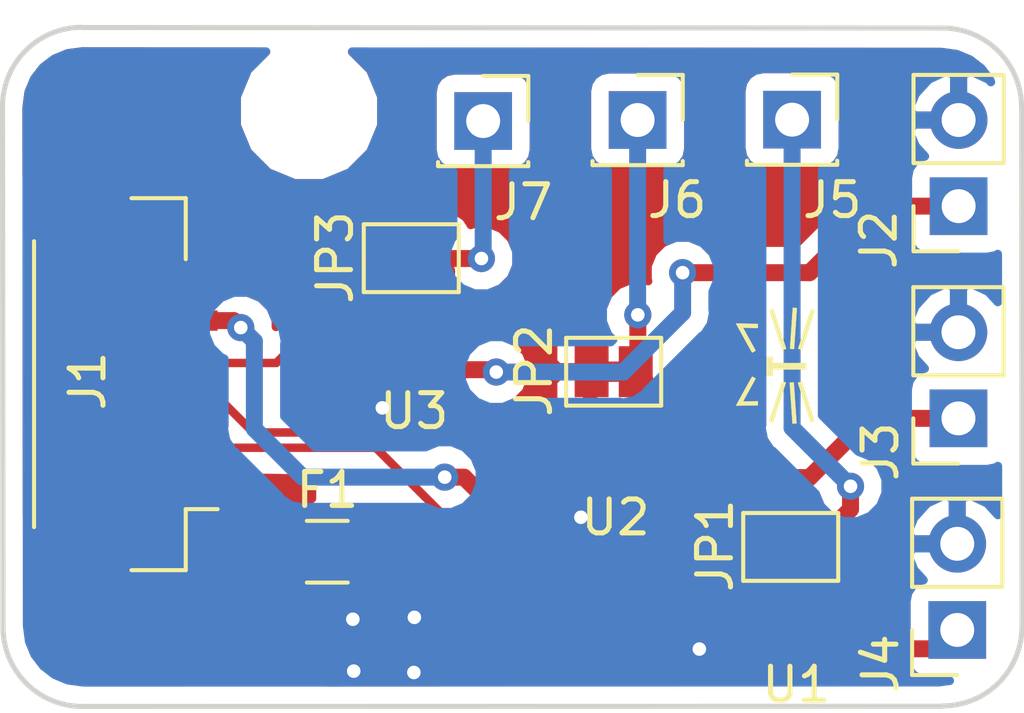
<source format=kicad_pcb>
(kicad_pcb (version 20171130) (host pcbnew "(5.0.0)")

  (general
    (thickness 1.6)
    (drawings 8)
    (tracks 72)
    (zones 0)
    (modules 16)
    (nets 14)
  )

  (page A4)
  (layers
    (0 F.Cu signal)
    (31 B.Cu signal)
    (32 B.Adhes user)
    (33 F.Adhes user)
    (34 B.Paste user)
    (35 F.Paste user)
    (36 B.SilkS user)
    (37 F.SilkS user)
    (38 B.Mask user)
    (39 F.Mask user)
    (40 Dwgs.User user)
    (41 Cmts.User user)
    (42 Eco1.User user)
    (43 Eco2.User user)
    (44 Edge.Cuts user)
    (45 Margin user)
    (46 B.CrtYd user)
    (47 F.CrtYd user)
    (48 B.Fab user)
    (49 F.Fab user hide)
  )

  (setup
    (last_trace_width 0.25)
    (trace_clearance 0.2)
    (zone_clearance 0.508)
    (zone_45_only no)
    (trace_min 0.2)
    (segment_width 0.2)
    (edge_width 0.15)
    (via_size 0.8)
    (via_drill 0.4)
    (via_min_size 0.4)
    (via_min_drill 0.3)
    (uvia_size 0.3)
    (uvia_drill 0.1)
    (uvias_allowed no)
    (uvia_min_size 0.2)
    (uvia_min_drill 0.1)
    (pcb_text_width 0.3)
    (pcb_text_size 1.5 1.5)
    (mod_edge_width 0.15)
    (mod_text_size 1 1)
    (mod_text_width 0.15)
    (pad_size 1.524 1.524)
    (pad_drill 0.762)
    (pad_to_mask_clearance 0.2)
    (aux_axis_origin 0 0)
    (visible_elements FFFFFF7F)
    (pcbplotparams
      (layerselection 0x010fc_ffffffff)
      (usegerberextensions false)
      (usegerberattributes false)
      (usegerberadvancedattributes false)
      (creategerberjobfile false)
      (excludeedgelayer true)
      (linewidth 0.100000)
      (plotframeref false)
      (viasonmask false)
      (mode 1)
      (useauxorigin false)
      (hpglpennumber 1)
      (hpglpenspeed 20)
      (hpglpendiameter 15.000000)
      (psnegative false)
      (psa4output false)
      (plotreference true)
      (plotvalue true)
      (plotinvisibletext false)
      (padsonsilk false)
      (subtractmaskfromsilk false)
      (outputformat 1)
      (mirror false)
      (drillshape 0)
      (scaleselection 1)
      (outputdirectory ""))
  )

  (net 0 "")
  (net 1 GND)
  (net 2 GPIO3)
  (net 3 GPIO2)
  (net 4 GPIO1)
  (net 5 3V3DC)
  (net 6 5VDC)
  (net 7 "Net-(J2-Pad1)")
  (net 8 "Net-(J3-Pad1)")
  (net 9 "Net-(J4-Pad1)")
  (net 10 "Net-(J5-Pad1)")
  (net 11 "Net-(J6-Pad1)")
  (net 12 "Net-(J7-Pad1)")
  (net 13 "Net-(F1-Pad1)")

  (net_class Default "This is the default net class."
    (clearance 0.2)
    (trace_width 0.25)
    (via_dia 0.8)
    (via_drill 0.4)
    (uvia_dia 0.3)
    (uvia_drill 0.1)
    (add_net 3V3DC)
    (add_net 5VDC)
    (add_net GND)
    (add_net GPIO1)
    (add_net GPIO2)
    (add_net GPIO3)
    (add_net "Net-(F1-Pad1)")
    (add_net "Net-(J2-Pad1)")
    (add_net "Net-(J3-Pad1)")
    (add_net "Net-(J4-Pad1)")
    (add_net "Net-(J5-Pad1)")
    (add_net "Net-(J6-Pad1)")
    (add_net "Net-(J7-Pad1)")
  )

  (module Connector_JST:JST_GH_BM06B-GHS-TBT_1x06-1MP_P1.25mm_Vertical (layer F.Cu) (tedit 5AA47DC8) (tstamp 5C357CBC)
    (at 104.71704 89.50112 90)
    (descr "JST GH series connector, BM06B-GHS-TBT (http://www.jst-mfg.com/product/pdf/eng/eGH.pdf), generated with kicad-footprint-generator")
    (tags "connector JST GH side entry")
    (path /5C359A2B)
    (attr smd)
    (fp_text reference J1 (at 0.09312 -1.03424 90) (layer F.SilkS)
      (effects (font (size 1 1) (thickness 0.15)))
    )
    (fp_text value Conn_01x06_Male (at 0 4 90) (layer F.Fab)
      (effects (font (size 1 1) (thickness 0.15)))
    )
    (fp_line (start -5.375 1.75) (end 5.375 1.75) (layer F.Fab) (width 0.1))
    (fp_line (start -5.485 0.26) (end -5.485 1.86) (layer F.SilkS) (width 0.12))
    (fp_line (start -5.485 1.86) (end -3.685 1.86) (layer F.SilkS) (width 0.12))
    (fp_line (start -3.685 1.86) (end -3.685 2.8) (layer F.SilkS) (width 0.12))
    (fp_line (start 5.485 0.26) (end 5.485 1.86) (layer F.SilkS) (width 0.12))
    (fp_line (start 5.485 1.86) (end 3.685 1.86) (layer F.SilkS) (width 0.12))
    (fp_line (start -4.215 -2.61) (end 4.215 -2.61) (layer F.SilkS) (width 0.12))
    (fp_line (start -5.375 -2.5) (end 5.375 -2.5) (layer F.Fab) (width 0.1))
    (fp_line (start -5.375 1.75) (end -5.375 -2.5) (layer F.Fab) (width 0.1))
    (fp_line (start 5.375 1.75) (end 5.375 -2.5) (layer F.Fab) (width 0.1))
    (fp_line (start -3.375 -0.5) (end -3.375 0) (layer F.Fab) (width 0.1))
    (fp_line (start -3.375 0) (end -2.875 0) (layer F.Fab) (width 0.1))
    (fp_line (start -2.875 0) (end -2.875 -0.5) (layer F.Fab) (width 0.1))
    (fp_line (start -2.875 -0.5) (end -3.375 -0.5) (layer F.Fab) (width 0.1))
    (fp_line (start -2.125 -0.5) (end -2.125 0) (layer F.Fab) (width 0.1))
    (fp_line (start -2.125 0) (end -1.625 0) (layer F.Fab) (width 0.1))
    (fp_line (start -1.625 0) (end -1.625 -0.5) (layer F.Fab) (width 0.1))
    (fp_line (start -1.625 -0.5) (end -2.125 -0.5) (layer F.Fab) (width 0.1))
    (fp_line (start -0.875 -0.5) (end -0.875 0) (layer F.Fab) (width 0.1))
    (fp_line (start -0.875 0) (end -0.375 0) (layer F.Fab) (width 0.1))
    (fp_line (start -0.375 0) (end -0.375 -0.5) (layer F.Fab) (width 0.1))
    (fp_line (start -0.375 -0.5) (end -0.875 -0.5) (layer F.Fab) (width 0.1))
    (fp_line (start 0.375 -0.5) (end 0.375 0) (layer F.Fab) (width 0.1))
    (fp_line (start 0.375 0) (end 0.875 0) (layer F.Fab) (width 0.1))
    (fp_line (start 0.875 0) (end 0.875 -0.5) (layer F.Fab) (width 0.1))
    (fp_line (start 0.875 -0.5) (end 0.375 -0.5) (layer F.Fab) (width 0.1))
    (fp_line (start 1.625 -0.5) (end 1.625 0) (layer F.Fab) (width 0.1))
    (fp_line (start 1.625 0) (end 2.125 0) (layer F.Fab) (width 0.1))
    (fp_line (start 2.125 0) (end 2.125 -0.5) (layer F.Fab) (width 0.1))
    (fp_line (start 2.125 -0.5) (end 1.625 -0.5) (layer F.Fab) (width 0.1))
    (fp_line (start 2.875 -0.5) (end 2.875 0) (layer F.Fab) (width 0.1))
    (fp_line (start 2.875 0) (end 3.375 0) (layer F.Fab) (width 0.1))
    (fp_line (start 3.375 0) (end 3.375 -0.5) (layer F.Fab) (width 0.1))
    (fp_line (start 3.375 -0.5) (end 2.875 -0.5) (layer F.Fab) (width 0.1))
    (fp_line (start -5.98 -3.3) (end -5.98 3.3) (layer F.CrtYd) (width 0.05))
    (fp_line (start -5.98 3.3) (end 5.98 3.3) (layer F.CrtYd) (width 0.05))
    (fp_line (start 5.98 3.3) (end 5.98 -3.3) (layer F.CrtYd) (width 0.05))
    (fp_line (start 5.98 -3.3) (end -5.98 -3.3) (layer F.CrtYd) (width 0.05))
    (fp_line (start -3.625 1.75) (end -3.125 1.042893) (layer F.Fab) (width 0.1))
    (fp_line (start -3.125 1.042893) (end -2.625 1.75) (layer F.Fab) (width 0.1))
    (fp_text user %R (at 0 -1.5 90) (layer F.Fab)
      (effects (font (size 1 1) (thickness 0.15)))
    )
    (pad 1 smd rect (at -3.125 1.95 90) (size 0.6 1.7) (layers F.Cu F.Paste F.Mask)
      (net 13 "Net-(F1-Pad1)"))
    (pad 2 smd rect (at -1.875 1.95 90) (size 0.6 1.7) (layers F.Cu F.Paste F.Mask)
      (net 2 GPIO3))
    (pad 3 smd rect (at -0.625 1.95 90) (size 0.6 1.7) (layers F.Cu F.Paste F.Mask)
      (net 3 GPIO2))
    (pad 4 smd rect (at 0.625 1.95 90) (size 0.6 1.7) (layers F.Cu F.Paste F.Mask)
      (net 4 GPIO1))
    (pad 5 smd rect (at 1.875 1.95 90) (size 0.6 1.7) (layers F.Cu F.Paste F.Mask)
      (net 5 3V3DC))
    (pad 6 smd rect (at 3.125 1.95 90) (size 0.6 1.7) (layers F.Cu F.Paste F.Mask)
      (net 6 5VDC))
    (pad MP smd rect (at -4.975 -1.4 90) (size 1 2.8) (layers F.Cu F.Paste F.Mask))
    (pad MP smd rect (at 4.975 -1.4 90) (size 1 2.8) (layers F.Cu F.Paste F.Mask))
    (model ${KISYS3DMOD}/Connector_JST.3dshapes/JST_GH_BM06B-GHS-TBT_1x06-1MP_P1.25mm_Vertical.wrl
      (at (xyz 0 0 0))
      (scale (xyz 1 1 1))
      (rotate (xyz 0 0 0))
    )
  )

  (module Connector_PinSocket_2.54mm:PinSocket_1x02_P2.54mm_Vertical (layer F.Cu) (tedit 5A19A420) (tstamp 5C357CD2)
    (at 129.35204 84.2518 180)
    (descr "Through hole straight socket strip, 1x02, 2.54mm pitch, single row (from Kicad 4.0.7), script generated")
    (tags "Through hole socket strip THT 1x02 2.54mm single row")
    (path /5C35DBEA)
    (fp_text reference J2 (at 2.35204 -0.9906 270) (layer F.SilkS)
      (effects (font (size 1 1) (thickness 0.15)))
    )
    (fp_text value Conn_01x02_Female (at 0 5.31 180) (layer F.Fab)
      (effects (font (size 1 1) (thickness 0.15)))
    )
    (fp_line (start -1.27 -1.27) (end 0.635 -1.27) (layer F.Fab) (width 0.1))
    (fp_line (start 0.635 -1.27) (end 1.27 -0.635) (layer F.Fab) (width 0.1))
    (fp_line (start 1.27 -0.635) (end 1.27 3.81) (layer F.Fab) (width 0.1))
    (fp_line (start 1.27 3.81) (end -1.27 3.81) (layer F.Fab) (width 0.1))
    (fp_line (start -1.27 3.81) (end -1.27 -1.27) (layer F.Fab) (width 0.1))
    (fp_line (start -1.33 1.27) (end 1.33 1.27) (layer F.SilkS) (width 0.12))
    (fp_line (start -1.33 1.27) (end -1.33 3.87) (layer F.SilkS) (width 0.12))
    (fp_line (start -1.33 3.87) (end 1.33 3.87) (layer F.SilkS) (width 0.12))
    (fp_line (start 1.33 1.27) (end 1.33 3.87) (layer F.SilkS) (width 0.12))
    (fp_line (start 1.33 -1.33) (end 1.33 0) (layer F.SilkS) (width 0.12))
    (fp_line (start 0 -1.33) (end 1.33 -1.33) (layer F.SilkS) (width 0.12))
    (fp_line (start -1.8 -1.8) (end 1.75 -1.8) (layer F.CrtYd) (width 0.05))
    (fp_line (start 1.75 -1.8) (end 1.75 4.3) (layer F.CrtYd) (width 0.05))
    (fp_line (start 1.75 4.3) (end -1.8 4.3) (layer F.CrtYd) (width 0.05))
    (fp_line (start -1.8 4.3) (end -1.8 -1.8) (layer F.CrtYd) (width 0.05))
    (fp_text user %R (at 0 1.27 270) (layer F.Fab)
      (effects (font (size 1 1) (thickness 0.15)))
    )
    (pad 1 thru_hole rect (at 0 0 180) (size 1.7 1.7) (drill 1) (layers *.Cu *.Mask)
      (net 7 "Net-(J2-Pad1)"))
    (pad 2 thru_hole oval (at 0 2.54 180) (size 1.7 1.7) (drill 1) (layers *.Cu *.Mask)
      (net 1 GND))
    (model ${KISYS3DMOD}/Connector_PinSocket_2.54mm.3dshapes/PinSocket_1x02_P2.54mm_Vertical.wrl
      (at (xyz 0 0 0))
      (scale (xyz 1 1 1))
      (rotate (xyz 0 0 0))
    )
  )

  (module Connector_PinSocket_2.54mm:PinSocket_1x02_P2.54mm_Vertical (layer F.Cu) (tedit 5A19A420) (tstamp 5C357CE8)
    (at 129.34696 90.51036 180)
    (descr "Through hole straight socket strip, 1x02, 2.54mm pitch, single row (from Kicad 4.0.7), script generated")
    (tags "Through hole socket strip THT 1x02 2.54mm single row")
    (path /5C359F68)
    (fp_text reference J3 (at 2.29616 -0.98044 270) (layer F.SilkS)
      (effects (font (size 1 1) (thickness 0.15)))
    )
    (fp_text value Conn_01x02_Female (at 0 5.31 180) (layer F.Fab)
      (effects (font (size 1 1) (thickness 0.15)))
    )
    (fp_text user %R (at 0 1.27 270) (layer F.Fab)
      (effects (font (size 1 1) (thickness 0.15)))
    )
    (fp_line (start -1.8 4.3) (end -1.8 -1.8) (layer F.CrtYd) (width 0.05))
    (fp_line (start 1.75 4.3) (end -1.8 4.3) (layer F.CrtYd) (width 0.05))
    (fp_line (start 1.75 -1.8) (end 1.75 4.3) (layer F.CrtYd) (width 0.05))
    (fp_line (start -1.8 -1.8) (end 1.75 -1.8) (layer F.CrtYd) (width 0.05))
    (fp_line (start 0 -1.33) (end 1.33 -1.33) (layer F.SilkS) (width 0.12))
    (fp_line (start 1.33 -1.33) (end 1.33 0) (layer F.SilkS) (width 0.12))
    (fp_line (start 1.33 1.27) (end 1.33 3.87) (layer F.SilkS) (width 0.12))
    (fp_line (start -1.33 3.87) (end 1.33 3.87) (layer F.SilkS) (width 0.12))
    (fp_line (start -1.33 1.27) (end -1.33 3.87) (layer F.SilkS) (width 0.12))
    (fp_line (start -1.33 1.27) (end 1.33 1.27) (layer F.SilkS) (width 0.12))
    (fp_line (start -1.27 3.81) (end -1.27 -1.27) (layer F.Fab) (width 0.1))
    (fp_line (start 1.27 3.81) (end -1.27 3.81) (layer F.Fab) (width 0.1))
    (fp_line (start 1.27 -0.635) (end 1.27 3.81) (layer F.Fab) (width 0.1))
    (fp_line (start 0.635 -1.27) (end 1.27 -0.635) (layer F.Fab) (width 0.1))
    (fp_line (start -1.27 -1.27) (end 0.635 -1.27) (layer F.Fab) (width 0.1))
    (pad 2 thru_hole oval (at 0 2.54 180) (size 1.7 1.7) (drill 1) (layers *.Cu *.Mask)
      (net 1 GND))
    (pad 1 thru_hole rect (at 0 0 180) (size 1.7 1.7) (drill 1) (layers *.Cu *.Mask)
      (net 8 "Net-(J3-Pad1)"))
    (model ${KISYS3DMOD}/Connector_PinSocket_2.54mm.3dshapes/PinSocket_1x02_P2.54mm_Vertical.wrl
      (at (xyz 0 0 0))
      (scale (xyz 1 1 1))
      (rotate (xyz 0 0 0))
    )
  )

  (module Connector_PinSocket_2.54mm:PinSocket_1x02_P2.54mm_Vertical (layer F.Cu) (tedit 5A19A420) (tstamp 5C357CFE)
    (at 129.3114 96.7486 180)
    (descr "Through hole straight socket strip, 1x02, 2.54mm pitch, single row (from Kicad 4.0.7), script generated")
    (tags "Through hole socket strip THT 1x02 2.54mm single row")
    (path /5C359F16)
    (fp_text reference J4 (at 2.2606 -0.9906 270) (layer F.SilkS)
      (effects (font (size 1 1) (thickness 0.15)))
    )
    (fp_text value Conn_01x02_Female (at 0 5.31 180) (layer F.Fab)
      (effects (font (size 1 1) (thickness 0.15)))
    )
    (fp_line (start -1.27 -1.27) (end 0.635 -1.27) (layer F.Fab) (width 0.1))
    (fp_line (start 0.635 -1.27) (end 1.27 -0.635) (layer F.Fab) (width 0.1))
    (fp_line (start 1.27 -0.635) (end 1.27 3.81) (layer F.Fab) (width 0.1))
    (fp_line (start 1.27 3.81) (end -1.27 3.81) (layer F.Fab) (width 0.1))
    (fp_line (start -1.27 3.81) (end -1.27 -1.27) (layer F.Fab) (width 0.1))
    (fp_line (start -1.33 1.27) (end 1.33 1.27) (layer F.SilkS) (width 0.12))
    (fp_line (start -1.33 1.27) (end -1.33 3.87) (layer F.SilkS) (width 0.12))
    (fp_line (start -1.33 3.87) (end 1.33 3.87) (layer F.SilkS) (width 0.12))
    (fp_line (start 1.33 1.27) (end 1.33 3.87) (layer F.SilkS) (width 0.12))
    (fp_line (start 1.33 -1.33) (end 1.33 0) (layer F.SilkS) (width 0.12))
    (fp_line (start 0 -1.33) (end 1.33 -1.33) (layer F.SilkS) (width 0.12))
    (fp_line (start -1.8 -1.8) (end 1.75 -1.8) (layer F.CrtYd) (width 0.05))
    (fp_line (start 1.75 -1.8) (end 1.75 4.3) (layer F.CrtYd) (width 0.05))
    (fp_line (start 1.75 4.3) (end -1.8 4.3) (layer F.CrtYd) (width 0.05))
    (fp_line (start -1.8 4.3) (end -1.8 -1.8) (layer F.CrtYd) (width 0.05))
    (fp_text user %R (at 0 1.27 270) (layer F.Fab)
      (effects (font (size 1 1) (thickness 0.15)))
    )
    (pad 1 thru_hole rect (at 0 0 180) (size 1.7 1.7) (drill 1) (layers *.Cu *.Mask)
      (net 9 "Net-(J4-Pad1)"))
    (pad 2 thru_hole oval (at 0 2.54 180) (size 1.7 1.7) (drill 1) (layers *.Cu *.Mask)
      (net 1 GND))
    (model ${KISYS3DMOD}/Connector_PinSocket_2.54mm.3dshapes/PinSocket_1x02_P2.54mm_Vertical.wrl
      (at (xyz 0 0 0))
      (scale (xyz 1 1 1))
      (rotate (xyz 0 0 0))
    )
  )

  (module Connector_PinSocket_2.54mm:PinSocket_1x01_P2.54mm_Vertical (layer F.Cu) (tedit 5A19A434) (tstamp 5C357D12)
    (at 124.44476 81.70164)
    (descr "Through hole straight socket strip, 1x01, 2.54mm pitch, single row (from Kicad 4.0.7), script generated")
    (tags "Through hole socket strip THT 1x01 2.54mm single row")
    (path /5C35F9D2)
    (fp_text reference J5 (at 1.18364 2.37236) (layer F.SilkS)
      (effects (font (size 1 1) (thickness 0.15)))
    )
    (fp_text value Conn_01x01_Female (at 0 2.77) (layer F.Fab)
      (effects (font (size 1 1) (thickness 0.15)))
    )
    (fp_line (start -1.27 -1.27) (end 0.635 -1.27) (layer F.Fab) (width 0.1))
    (fp_line (start 0.635 -1.27) (end 1.27 -0.635) (layer F.Fab) (width 0.1))
    (fp_line (start 1.27 -0.635) (end 1.27 1.27) (layer F.Fab) (width 0.1))
    (fp_line (start 1.27 1.27) (end -1.27 1.27) (layer F.Fab) (width 0.1))
    (fp_line (start -1.27 1.27) (end -1.27 -1.27) (layer F.Fab) (width 0.1))
    (fp_line (start -1.33 1.33) (end 1.33 1.33) (layer F.SilkS) (width 0.12))
    (fp_line (start -1.33 1.21) (end -1.33 1.33) (layer F.SilkS) (width 0.12))
    (fp_line (start 1.33 1.21) (end 1.33 1.33) (layer F.SilkS) (width 0.12))
    (fp_line (start 1.33 -1.33) (end 1.33 0) (layer F.SilkS) (width 0.12))
    (fp_line (start 0 -1.33) (end 1.33 -1.33) (layer F.SilkS) (width 0.12))
    (fp_line (start -1.8 -1.8) (end 1.75 -1.8) (layer F.CrtYd) (width 0.05))
    (fp_line (start 1.75 -1.8) (end 1.75 1.75) (layer F.CrtYd) (width 0.05))
    (fp_line (start 1.75 1.75) (end -1.8 1.75) (layer F.CrtYd) (width 0.05))
    (fp_line (start -1.8 1.75) (end -1.8 -1.8) (layer F.CrtYd) (width 0.05))
    (fp_text user %R (at 0 0) (layer F.Fab)
      (effects (font (size 1 1) (thickness 0.15)))
    )
    (pad 1 thru_hole rect (at 0 0) (size 1.7 1.7) (drill 1) (layers *.Cu *.Mask)
      (net 10 "Net-(J5-Pad1)"))
    (model ${KISYS3DMOD}/Connector_PinSocket_2.54mm.3dshapes/PinSocket_1x01_P2.54mm_Vertical.wrl
      (at (xyz 0 0 0))
      (scale (xyz 1 1 1))
      (rotate (xyz 0 0 0))
    )
  )

  (module Connector_PinSocket_2.54mm:PinSocket_1x01_P2.54mm_Vertical (layer F.Cu) (tedit 5A19A434) (tstamp 5C357D26)
    (at 119.89308 81.7118)
    (descr "Through hole straight socket strip, 1x01, 2.54mm pitch, single row (from Kicad 4.0.7), script generated")
    (tags "Through hole socket strip THT 1x01 2.54mm single row")
    (path /5C35FA48)
    (fp_text reference J6 (at 1.16332 2.3622) (layer F.SilkS)
      (effects (font (size 1 1) (thickness 0.15)))
    )
    (fp_text value Conn_01x01_Female (at 0 2.77) (layer F.Fab)
      (effects (font (size 1 1) (thickness 0.15)))
    )
    (fp_text user %R (at 0 0) (layer F.Fab)
      (effects (font (size 1 1) (thickness 0.15)))
    )
    (fp_line (start -1.8 1.75) (end -1.8 -1.8) (layer F.CrtYd) (width 0.05))
    (fp_line (start 1.75 1.75) (end -1.8 1.75) (layer F.CrtYd) (width 0.05))
    (fp_line (start 1.75 -1.8) (end 1.75 1.75) (layer F.CrtYd) (width 0.05))
    (fp_line (start -1.8 -1.8) (end 1.75 -1.8) (layer F.CrtYd) (width 0.05))
    (fp_line (start 0 -1.33) (end 1.33 -1.33) (layer F.SilkS) (width 0.12))
    (fp_line (start 1.33 -1.33) (end 1.33 0) (layer F.SilkS) (width 0.12))
    (fp_line (start 1.33 1.21) (end 1.33 1.33) (layer F.SilkS) (width 0.12))
    (fp_line (start -1.33 1.21) (end -1.33 1.33) (layer F.SilkS) (width 0.12))
    (fp_line (start -1.33 1.33) (end 1.33 1.33) (layer F.SilkS) (width 0.12))
    (fp_line (start -1.27 1.27) (end -1.27 -1.27) (layer F.Fab) (width 0.1))
    (fp_line (start 1.27 1.27) (end -1.27 1.27) (layer F.Fab) (width 0.1))
    (fp_line (start 1.27 -0.635) (end 1.27 1.27) (layer F.Fab) (width 0.1))
    (fp_line (start 0.635 -1.27) (end 1.27 -0.635) (layer F.Fab) (width 0.1))
    (fp_line (start -1.27 -1.27) (end 0.635 -1.27) (layer F.Fab) (width 0.1))
    (pad 1 thru_hole rect (at 0 0) (size 1.7 1.7) (drill 1) (layers *.Cu *.Mask)
      (net 11 "Net-(J6-Pad1)"))
    (model ${KISYS3DMOD}/Connector_PinSocket_2.54mm.3dshapes/PinSocket_1x01_P2.54mm_Vertical.wrl
      (at (xyz 0 0 0))
      (scale (xyz 1 1 1))
      (rotate (xyz 0 0 0))
    )
  )

  (module Connector_PinSocket_2.54mm:PinSocket_1x01_P2.54mm_Vertical (layer F.Cu) (tedit 5A19A434) (tstamp 5C357D3A)
    (at 115.3414 81.74228)
    (descr "Through hole straight socket strip, 1x01, 2.54mm pitch, single row (from Kicad 4.0.7), script generated")
    (tags "Through hole socket strip THT 1x01 2.54mm single row")
    (path /5C35FDA7)
    (fp_text reference J7 (at 1.1811 2.39522) (layer F.SilkS)
      (effects (font (size 1 1) (thickness 0.15)))
    )
    (fp_text value Conn_01x01_Female (at 0 2.77) (layer F.Fab)
      (effects (font (size 1 1) (thickness 0.15)))
    )
    (fp_line (start -1.27 -1.27) (end 0.635 -1.27) (layer F.Fab) (width 0.1))
    (fp_line (start 0.635 -1.27) (end 1.27 -0.635) (layer F.Fab) (width 0.1))
    (fp_line (start 1.27 -0.635) (end 1.27 1.27) (layer F.Fab) (width 0.1))
    (fp_line (start 1.27 1.27) (end -1.27 1.27) (layer F.Fab) (width 0.1))
    (fp_line (start -1.27 1.27) (end -1.27 -1.27) (layer F.Fab) (width 0.1))
    (fp_line (start -1.33 1.33) (end 1.33 1.33) (layer F.SilkS) (width 0.12))
    (fp_line (start -1.33 1.21) (end -1.33 1.33) (layer F.SilkS) (width 0.12))
    (fp_line (start 1.33 1.21) (end 1.33 1.33) (layer F.SilkS) (width 0.12))
    (fp_line (start 1.33 -1.33) (end 1.33 0) (layer F.SilkS) (width 0.12))
    (fp_line (start 0 -1.33) (end 1.33 -1.33) (layer F.SilkS) (width 0.12))
    (fp_line (start -1.8 -1.8) (end 1.75 -1.8) (layer F.CrtYd) (width 0.05))
    (fp_line (start 1.75 -1.8) (end 1.75 1.75) (layer F.CrtYd) (width 0.05))
    (fp_line (start 1.75 1.75) (end -1.8 1.75) (layer F.CrtYd) (width 0.05))
    (fp_line (start -1.8 1.75) (end -1.8 -1.8) (layer F.CrtYd) (width 0.05))
    (fp_text user %R (at 0 0) (layer F.Fab)
      (effects (font (size 1 1) (thickness 0.15)))
    )
    (pad 1 thru_hole rect (at 0 0) (size 1.7 1.7) (drill 1) (layers *.Cu *.Mask)
      (net 12 "Net-(J7-Pad1)"))
    (model ${KISYS3DMOD}/Connector_PinSocket_2.54mm.3dshapes/PinSocket_1x01_P2.54mm_Vertical.wrl
      (at (xyz 0 0 0))
      (scale (xyz 1 1 1))
      (rotate (xyz 0 0 0))
    )
  )

  (module Jumper:SolderJumper-2_P1.3mm_Bridged_Pad1.0x1.5mm (layer F.Cu) (tedit 5B391424) (tstamp 5C357D48)
    (at 124.40412 94.30004 180)
    (descr "SMD Solder Jumper, 1x1.5mm Pads, 0.3mm gap, bridged with 1 copper strip")
    (tags "solder jumper open")
    (path /5C35E73E)
    (attr virtual)
    (fp_text reference JP1 (at 2.23012 0.03556 270) (layer F.SilkS)
      (effects (font (size 1 1) (thickness 0.15)))
    )
    (fp_text value SolderJumper_2_Bridged (at 0 1.9 180) (layer F.Fab)
      (effects (font (size 1 1) (thickness 0.15)))
    )
    (fp_line (start -1.4 1) (end -1.4 -1) (layer F.SilkS) (width 0.12))
    (fp_line (start 1.4 1) (end -1.4 1) (layer F.SilkS) (width 0.12))
    (fp_line (start 1.4 -1) (end 1.4 1) (layer F.SilkS) (width 0.12))
    (fp_line (start -1.4 -1) (end 1.4 -1) (layer F.SilkS) (width 0.12))
    (fp_line (start -1.65 -1.25) (end 1.65 -1.25) (layer F.CrtYd) (width 0.05))
    (fp_line (start -1.65 -1.25) (end -1.65 1.25) (layer F.CrtYd) (width 0.05))
    (fp_line (start 1.65 1.25) (end 1.65 -1.25) (layer F.CrtYd) (width 0.05))
    (fp_line (start 1.65 1.25) (end -1.65 1.25) (layer F.CrtYd) (width 0.05))
    (pad 1 smd custom (at -0.65 0 180) (size 1 1.5) (layers F.Cu F.Mask)
      (net 10 "Net-(J5-Pad1)")
      (options (clearance outline) (anchor rect))
      (primitives
        (gr_poly (pts
           (xy 0.4 -0.3) (xy 0.9 -0.3) (xy 0.9 0.3) (xy 0.4 0.3)) (width 0))
      ))
    (pad 2 smd rect (at 0.65 0 180) (size 1 1.5) (layers F.Cu F.Mask)
      (net 5 3V3DC))
  )

  (module Jumper:SolderJumper-2_P1.3mm_Bridged_Pad1.0x1.5mm (layer F.Cu) (tedit 5B391424) (tstamp 5C357D56)
    (at 119.18696 89.13368 180)
    (descr "SMD Solder Jumper, 1x1.5mm Pads, 0.3mm gap, bridged with 1 copper strip")
    (tags "solder jumper open")
    (path /5C35EA84)
    (attr virtual)
    (fp_text reference JP2 (at 2.34696 0.03556 270) (layer F.SilkS)
      (effects (font (size 1 1) (thickness 0.15)))
    )
    (fp_text value SolderJumper_2_Bridged (at 0 1.9 180) (layer F.Fab)
      (effects (font (size 1 1) (thickness 0.15)))
    )
    (fp_line (start 1.65 1.25) (end -1.65 1.25) (layer F.CrtYd) (width 0.05))
    (fp_line (start 1.65 1.25) (end 1.65 -1.25) (layer F.CrtYd) (width 0.05))
    (fp_line (start -1.65 -1.25) (end -1.65 1.25) (layer F.CrtYd) (width 0.05))
    (fp_line (start -1.65 -1.25) (end 1.65 -1.25) (layer F.CrtYd) (width 0.05))
    (fp_line (start -1.4 -1) (end 1.4 -1) (layer F.SilkS) (width 0.12))
    (fp_line (start 1.4 -1) (end 1.4 1) (layer F.SilkS) (width 0.12))
    (fp_line (start 1.4 1) (end -1.4 1) (layer F.SilkS) (width 0.12))
    (fp_line (start -1.4 1) (end -1.4 -1) (layer F.SilkS) (width 0.12))
    (pad 2 smd rect (at 0.65 0 180) (size 1 1.5) (layers F.Cu F.Mask)
      (net 6 5VDC))
    (pad 1 smd custom (at -0.65 0 180) (size 1 1.5) (layers F.Cu F.Mask)
      (net 11 "Net-(J6-Pad1)")
      (options (clearance outline) (anchor rect))
      (primitives
        (gr_poly (pts
           (xy 0.4 -0.3) (xy 0.9 -0.3) (xy 0.9 0.3) (xy 0.4 0.3)) (width 0))
      ))
  )

  (module Jumper:SolderJumper-2_P1.3mm_Bridged_Pad1.0x1.5mm (layer F.Cu) (tedit 5B391424) (tstamp 5C357D64)
    (at 113.2228 85.78596 180)
    (descr "SMD Solder Jumper, 1x1.5mm Pads, 0.3mm gap, bridged with 1 copper strip")
    (tags "solder jumper open")
    (path /5C35ED60)
    (attr virtual)
    (fp_text reference JP3 (at 2.24512 0.02032 270) (layer F.SilkS)
      (effects (font (size 1 1) (thickness 0.15)))
    )
    (fp_text value SolderJumper_2_Bridged (at 0 1.9 180) (layer F.Fab)
      (effects (font (size 1 1) (thickness 0.15)))
    )
    (fp_line (start -1.4 1) (end -1.4 -1) (layer F.SilkS) (width 0.12))
    (fp_line (start 1.4 1) (end -1.4 1) (layer F.SilkS) (width 0.12))
    (fp_line (start 1.4 -1) (end 1.4 1) (layer F.SilkS) (width 0.12))
    (fp_line (start -1.4 -1) (end 1.4 -1) (layer F.SilkS) (width 0.12))
    (fp_line (start -1.65 -1.25) (end 1.65 -1.25) (layer F.CrtYd) (width 0.05))
    (fp_line (start -1.65 -1.25) (end -1.65 1.25) (layer F.CrtYd) (width 0.05))
    (fp_line (start 1.65 1.25) (end 1.65 -1.25) (layer F.CrtYd) (width 0.05))
    (fp_line (start 1.65 1.25) (end -1.65 1.25) (layer F.CrtYd) (width 0.05))
    (pad 1 smd custom (at -0.65 0 180) (size 1 1.5) (layers F.Cu F.Mask)
      (net 12 "Net-(J7-Pad1)")
      (options (clearance outline) (anchor rect))
      (primitives
        (gr_poly (pts
           (xy 0.4 -0.3) (xy 0.9 -0.3) (xy 0.9 0.3) (xy 0.4 0.3)) (width 0))
      ))
    (pad 2 smd rect (at 0.65 0 180) (size 1 1.5) (layers F.Cu F.Mask)
      (net 6 5VDC))
  )

  (module PoESpeak:TLP3403R (layer F.Cu) (tedit 5C3574B5) (tstamp 5C357D6C)
    (at 123.4948 96.50476 270)
    (path /5C359D97)
    (fp_text reference U1 (at 1.85928 -1.07696) (layer F.SilkS)
      (effects (font (size 1 1) (thickness 0.15)))
    )
    (fp_text value TLP3403R (at 0 -0.5 270) (layer F.Fab)
      (effects (font (size 1 1) (thickness 0.15)))
    )
    (pad 1 smd rect (at 0 0 270) (size 0.55 1.15) (layers F.Cu F.Paste F.Mask)
      (net 2 GPIO3))
    (pad 2 smd rect (at 0.8 0 270) (size 0.55 1.15) (layers F.Cu F.Paste F.Mask)
      (net 1 GND))
    (pad 4 smd rect (at 0 -1.9 270) (size 0.55 1.15) (layers F.Cu F.Paste F.Mask)
      (net 10 "Net-(J5-Pad1)"))
    (pad 3 smd rect (at 0.8 -1.9 270) (size 0.55 1.15) (layers F.Cu F.Paste F.Mask)
      (net 9 "Net-(J4-Pad1)"))
  )

  (module PoESpeak:TLP3403R (layer F.Cu) (tedit 5C3574B5) (tstamp 5C357D74)
    (at 118.22176 91.45524 270)
    (path /5C359E9A)
    (fp_text reference U2 (at 1.97612 -1.02108) (layer F.SilkS)
      (effects (font (size 1 1) (thickness 0.15)))
    )
    (fp_text value TLP3403R (at 0 -0.5 270) (layer F.Fab)
      (effects (font (size 1 1) (thickness 0.15)))
    )
    (pad 3 smd rect (at 0.8 -1.9 270) (size 0.55 1.15) (layers F.Cu F.Paste F.Mask)
      (net 8 "Net-(J3-Pad1)"))
    (pad 4 smd rect (at 0 -1.9 270) (size 0.55 1.15) (layers F.Cu F.Paste F.Mask)
      (net 11 "Net-(J6-Pad1)"))
    (pad 2 smd rect (at 0.8 0 270) (size 0.55 1.15) (layers F.Cu F.Paste F.Mask)
      (net 1 GND))
    (pad 1 smd rect (at 0 0 270) (size 0.55 1.15) (layers F.Cu F.Paste F.Mask)
      (net 3 GPIO2))
  )

  (module PoESpeak:TLP3403R (layer F.Cu) (tedit 5C3574B5) (tstamp 5C357D7C)
    (at 112.36452 88.27516 270)
    (path /5C359ED8)
    (fp_text reference U3 (at 2.02184 -0.94488) (layer F.SilkS)
      (effects (font (size 1 1) (thickness 0.15)))
    )
    (fp_text value TLP3403R (at 0 -0.5 270) (layer F.Fab)
      (effects (font (size 1 1) (thickness 0.15)))
    )
    (pad 1 smd rect (at 0 0 270) (size 0.55 1.15) (layers F.Cu F.Paste F.Mask)
      (net 4 GPIO1))
    (pad 2 smd rect (at 0.8 0 270) (size 0.55 1.15) (layers F.Cu F.Paste F.Mask)
      (net 1 GND))
    (pad 4 smd rect (at 0 -1.9 270) (size 0.55 1.15) (layers F.Cu F.Paste F.Mask)
      (net 12 "Net-(J7-Pad1)"))
    (pad 3 smd rect (at 0.8 -1.9 270) (size 0.55 1.15) (layers F.Cu F.Paste F.Mask)
      (net 7 "Net-(J2-Pad1)"))
  )

  (module Fuse:Fuse_1206_3216Metric_Pad1.42x1.75mm_HandSolder (layer F.Cu) (tedit 5B301BBE) (tstamp 5C3589A4)
    (at 110.74814 94.44228)
    (descr "Fuse SMD 1206 (3216 Metric), square (rectangular) end terminal, IPC_7351 nominal with elongated pad for handsoldering. (Body size source: http://www.tortai-tech.com/upload/download/2011102023233369053.pdf), generated with kicad-footprint-generator")
    (tags "resistor handsolder")
    (path /5C36211C)
    (attr smd)
    (fp_text reference F1 (at 0 -1.82) (layer F.SilkS)
      (effects (font (size 1 1) (thickness 0.15)))
    )
    (fp_text value Fuse (at 0 1.82) (layer F.Fab)
      (effects (font (size 1 1) (thickness 0.15)))
    )
    (fp_line (start -1.6 0.8) (end -1.6 -0.8) (layer F.Fab) (width 0.1))
    (fp_line (start -1.6 -0.8) (end 1.6 -0.8) (layer F.Fab) (width 0.1))
    (fp_line (start 1.6 -0.8) (end 1.6 0.8) (layer F.Fab) (width 0.1))
    (fp_line (start 1.6 0.8) (end -1.6 0.8) (layer F.Fab) (width 0.1))
    (fp_line (start -0.602064 -0.91) (end 0.602064 -0.91) (layer F.SilkS) (width 0.12))
    (fp_line (start -0.602064 0.91) (end 0.602064 0.91) (layer F.SilkS) (width 0.12))
    (fp_line (start -2.45 1.12) (end -2.45 -1.12) (layer F.CrtYd) (width 0.05))
    (fp_line (start -2.45 -1.12) (end 2.45 -1.12) (layer F.CrtYd) (width 0.05))
    (fp_line (start 2.45 -1.12) (end 2.45 1.12) (layer F.CrtYd) (width 0.05))
    (fp_line (start 2.45 1.12) (end -2.45 1.12) (layer F.CrtYd) (width 0.05))
    (fp_text user %R (at 0 0) (layer F.Fab)
      (effects (font (size 0.8 0.8) (thickness 0.12)))
    )
    (pad 1 smd roundrect (at -1.4875 0) (size 1.425 1.75) (layers F.Cu F.Paste F.Mask) (roundrect_rratio 0.175439)
      (net 13 "Net-(F1-Pad1)"))
    (pad 2 smd roundrect (at 1.4875 0) (size 1.425 1.75) (layers F.Cu F.Paste F.Mask) (roundrect_rratio 0.175439)
      (net 1 GND))
    (model ${KISYS3DMOD}/Fuse.3dshapes/Fuse_1206_3216Metric.wrl
      (at (xyz 0 0 0))
      (scale (xyz 1 1 1))
      (rotate (xyz 0 0 0))
    )
  )

  (module "PoESpeak:LOGO (2)" (layer F.Cu) (tedit 0) (tstamp 5C420B61)
    (at 123.952 88.97112 90)
    (fp_text reference G*** (at 0 0 90) (layer F.SilkS) hide
      (effects (font (size 1.524 1.524) (thickness 0.3)))
    )
    (fp_text value LOGO (at 0.75 0 90) (layer F.SilkS) hide
      (effects (font (size 1.524 1.524) (thickness 0.3)))
    )
    (fp_poly (pts (xy 1.257681 -1.156265) (xy 1.257716 -1.148029) (xy 1.257644 -1.134898) (xy 1.257469 -1.117246)
      (xy 1.257198 -1.095447) (xy 1.256835 -1.069875) (xy 1.256386 -1.040905) (xy 1.255857 -1.008909)
      (xy 1.255254 -0.974262) (xy 1.254581 -0.937339) (xy 1.253845 -0.898513) (xy 1.253207 -0.866035)
      (xy 1.252401 -0.825262) (xy 1.251629 -0.785621) (xy 1.250897 -0.747534) (xy 1.250214 -0.711425)
      (xy 1.249587 -0.677714) (xy 1.249024 -0.646825) (xy 1.248533 -0.61918) (xy 1.248121 -0.5952)
      (xy 1.247796 -0.575308) (xy 1.247565 -0.559927) (xy 1.247436 -0.549479) (xy 1.247411 -0.545394)
      (xy 1.247423 -0.516466) (xy 1.125446 -0.516466) (xy 1.127201 -0.573616) (xy 1.127752 -0.592737)
      (xy 1.128331 -0.61496) (xy 1.128927 -0.639744) (xy 1.129531 -0.666548) (xy 1.130135 -0.694831)
      (xy 1.130728 -0.724051) (xy 1.131301 -0.753669) (xy 1.131844 -0.783141) (xy 1.132349 -0.811929)
      (xy 1.132806 -0.83949) (xy 1.133205 -0.865284) (xy 1.133536 -0.888769) (xy 1.133791 -0.909405)
      (xy 1.13396 -0.92665) (xy 1.134034 -0.939963) (xy 1.134002 -0.948804) (xy 1.133856 -0.95263)
      (xy 1.133821 -0.952742) (xy 1.13125 -0.951549) (xy 1.124031 -0.947769) (xy 1.112448 -0.941561)
      (xy 1.096788 -0.933079) (xy 1.077335 -0.922481) (xy 1.054374 -0.909923) (xy 1.02819 -0.895561)
      (xy 0.999069 -0.879553) (xy 0.967296 -0.862054) (xy 0.933156 -0.843221) (xy 0.896934 -0.823211)
      (xy 0.858915 -0.80218) (xy 0.819385 -0.780284) (xy 0.798417 -0.768659) (xy 0.758151 -0.746337)
      (xy 0.71921 -0.724768) (xy 0.681884 -0.704111) (xy 0.646461 -0.684525) (xy 0.613229 -0.666169)
      (xy 0.582477 -0.649202) (xy 0.554494 -0.633783) (xy 0.529568 -0.620071) (xy 0.507988 -0.608225)
      (xy 0.490043 -0.598404) (xy 0.476021 -0.590766) (xy 0.466211 -0.585472) (xy 0.460901 -0.58268)
      (xy 0.460023 -0.582271) (xy 0.457359 -0.583753) (xy 0.452926 -0.589298) (xy 0.446551 -0.599172)
      (xy 0.438059 -0.613642) (xy 0.428978 -0.629878) (xy 0.42067 -0.64511) (xy 0.413339 -0.65884)
      (xy 0.407418 -0.670236) (xy 0.403337 -0.678463) (xy 0.401529 -0.68269) (xy 0.401486 -0.682879)
      (xy 0.403147 -0.684706) (xy 0.4085 -0.688469) (xy 0.417681 -0.694247) (xy 0.430827 -0.702117)
      (xy 0.448075 -0.712158) (xy 0.469562 -0.72445) (xy 0.495426 -0.739071) (xy 0.525802 -0.756099)
      (xy 0.560828 -0.775614) (xy 0.60064 -0.797694) (xy 0.615975 -0.806177) (xy 0.655284 -0.827915)
      (xy 0.698414 -0.851775) (xy 0.744344 -0.877191) (xy 0.792054 -0.903598) (xy 0.840522 -0.930431)
      (xy 0.888728 -0.957124) (xy 0.935649 -0.983111) (xy 0.980264 -1.007828) (xy 1.021553 -1.03071)
      (xy 1.043597 -1.042929) (xy 1.075533 -1.060609) (xy 1.106048 -1.077451) (xy 1.134781 -1.093259)
      (xy 1.161375 -1.107839) (xy 1.18547 -1.120996) (xy 1.206707 -1.132533) (xy 1.224727 -1.142257)
      (xy 1.239171 -1.149972) (xy 1.24968 -1.155483) (xy 1.255896 -1.158595) (xy 1.257532 -1.159231)
      (xy 1.257681 -1.156265)) (layer F.SilkS) (width 0.01))
    (fp_poly (pts (xy -1.161792 -1.158086) (xy -1.154573 -1.154402) (xy -1.143101 -1.148344) (xy -1.127718 -1.140095)
      (xy -1.108764 -1.129842) (xy -1.086577 -1.117769) (xy -1.061499 -1.104062) (xy -1.03387 -1.088906)
      (xy -1.004028 -1.072485) (xy -0.972315 -1.054986) (xy -0.939071 -1.036593) (xy -0.926473 -1.029612)
      (xy -0.886972 -1.007713) (xy -0.844763 -0.984322) (xy -0.800669 -0.959894) (xy -0.755512 -0.934884)
      (xy -0.710113 -0.909746) (xy -0.665294 -0.884936) (xy -0.621876 -0.860908) (xy -0.580682 -0.838118)
      (xy -0.542532 -0.817019) (xy -0.50825 -0.798068) (xy -0.498824 -0.792859) (xy -0.462561 -0.7728)
      (xy -0.430969 -0.755269) (xy -0.403761 -0.7401) (xy -0.380651 -0.727125) (xy -0.36135 -0.716177)
      (xy -0.345571 -0.707089) (xy -0.333027 -0.699693) (xy -0.323432 -0.693822) (xy -0.316496 -0.689308)
      (xy -0.311934 -0.685984) (xy -0.309458 -0.683683) (xy -0.308781 -0.682238) (xy -0.308795 -0.682159)
      (xy -0.310478 -0.67819) (xy -0.314463 -0.670147) (xy -0.320303 -0.658888) (xy -0.327555 -0.645269)
      (xy -0.335771 -0.630148) (xy -0.336315 -0.629158) (xy -0.346648 -0.610694) (xy -0.354728 -0.597057)
      (xy -0.360729 -0.587978) (xy -0.364828 -0.583188) (xy -0.366889 -0.582271) (xy -0.369825 -0.583745)
      (xy -0.377407 -0.5878) (xy -0.389346 -0.594278) (xy -0.405354 -0.603021) (xy -0.425141 -0.613868)
      (xy -0.44842 -0.626661) (xy -0.474901 -0.641241) (xy -0.504296 -0.657449) (xy -0.536316 -0.675126)
      (xy -0.570673 -0.694113) (xy -0.607078 -0.714251) (xy -0.645242 -0.735382) (xy -0.684877 -0.757345)
      (xy -0.705283 -0.768659) (xy -0.745484 -0.790941) (xy -0.784322 -0.812439) (xy -0.821511 -0.832996)
      (xy -0.856766 -0.852457) (xy -0.889802 -0.870665) (xy -0.920333 -0.887463) (xy -0.948075 -0.902695)
      (xy -0.972742 -0.916204) (xy -0.994049 -0.927834) (xy -1.011711 -0.937429) (xy -1.025443 -0.944832)
      (xy -1.03496 -0.949886) (xy -1.039976 -0.952434) (xy -1.040711 -0.952718) (xy -1.040878 -0.949759)
      (xy -1.04093 -0.941697) (xy -1.040875 -0.929075) (xy -1.040723 -0.912433) (xy -1.040484 -0.892313)
      (xy -1.040167 -0.869255) (xy -1.03978 -0.843802) (xy -1.039335 -0.816494) (xy -1.03884 -0.787872)
      (xy -1.038304 -0.758478) (xy -1.037738 -0.728853) (xy -1.03715 -0.699538) (xy -1.036549 -0.671074)
      (xy -1.035946 -0.644002) (xy -1.03535 -0.618864) (xy -1.03477 -0.5962) (xy -1.034216 -0.576553)
      (xy -1.034083 -0.572205) (xy -1.032353 -0.516466) (xy -1.154289 -0.516466) (xy -1.154279 -0.545394)
      (xy -1.154334 -0.552231) (xy -1.154497 -0.564289) (xy -1.15476 -0.581146) (xy -1.155115 -0.602379)
      (xy -1.155555 -0.627566) (xy -1.156072 -0.656285) (xy -1.156658 -0.688114) (xy -1.157306 -0.72263)
      (xy -1.158008 -0.759411) (xy -1.158756 -0.798035) (xy -1.159543 -0.83808) (xy -1.160098 -0.866012)
      (xy -1.160885 -0.906101) (xy -1.161611 -0.944589) (xy -1.162273 -0.981102) (xy -1.162863 -1.015267)
      (xy -1.163377 -1.046709) (xy -1.16381 -1.075054) (xy -1.164155 -1.099929) (xy -1.164407 -1.120958)
      (xy -1.164561 -1.137768) (xy -1.164611 -1.149986) (xy -1.164551 -1.157236) (xy -1.16442 -1.159209)
      (xy -1.161792 -1.158086)) (layer F.SilkS) (width 0.01))
    (fp_poly (pts (xy -1.618237 -0.182589) (xy -1.610301 -0.180089) (xy -1.597596 -0.176039) (xy -1.580418 -0.170536)
      (xy -1.559066 -0.163677) (xy -1.533837 -0.155557) (xy -1.505028 -0.146274) (xy -1.472937 -0.135923)
      (xy -1.43786 -0.1246) (xy -1.400096 -0.112403) (xy -1.359942 -0.099427) (xy -1.317696 -0.085769)
      (xy -1.273654 -0.071525) (xy -1.228113 -0.056792) (xy -1.181373 -0.041665) (xy -1.133729 -0.026242)
      (xy -1.085479 -0.010618) (xy -1.036921 0.00511) (xy -0.988352 0.020846) (xy -0.940069 0.036494)
      (xy -0.89237 0.051956) (xy -0.845552 0.067138) (xy -0.799913 0.081941) (xy -0.755749 0.096271)
      (xy -0.713359 0.110031) (xy -0.67304 0.123124) (xy -0.635089 0.135454) (xy -0.599803 0.146925)
      (xy -0.567481 0.157441) (xy -0.538419 0.166904) (xy -0.512914 0.175219) (xy -0.491265 0.18229)
      (xy -0.473768 0.18802) (xy -0.460721 0.192312) (xy -0.452421 0.195071) (xy -0.449166 0.196199)
      (xy -0.44913 0.196219) (xy -0.449511 0.199183) (xy -0.451381 0.206509) (xy -0.454436 0.217234)
      (xy -0.458373 0.230401) (xy -0.462887 0.245047) (xy -0.467675 0.260214) (xy -0.472434 0.27494)
      (xy -0.476858 0.288267) (xy -0.480646 0.299233) (xy -0.483492 0.306879) (xy -0.485094 0.310244)
      (xy -0.485225 0.310321) (xy -0.488024 0.309453) (xy -0.495949 0.306926) (xy -0.508755 0.302818)
      (xy -0.526199 0.297208) (xy -0.548035 0.290176) (xy -0.57402 0.2818) (xy -0.60391 0.272159)
      (xy -0.637459 0.261332) (xy -0.674424 0.249398) (xy -0.71456 0.236435) (xy -0.757624 0.222523)
      (xy -0.80337 0.20774) (xy -0.851555 0.192166) (xy -0.901933 0.175879) (xy -0.954262 0.158957)
      (xy -1.008296 0.141481) (xy -1.063791 0.123528) (xy -1.072444 0.120729) (xy -1.128129 0.102712)
      (xy -1.182382 0.085157) (xy -1.234959 0.068144) (xy -1.285617 0.05175) (xy -1.334111 0.036055)
      (xy -1.380198 0.021139) (xy -1.423634 0.007079) (xy -1.464176 -0.006046) (xy -1.501579 -0.018155)
      (xy -1.5356 -0.029171) (xy -1.565995 -0.039015) (xy -1.59252 -0.047607) (xy -1.614932 -0.054869)
      (xy -1.632987 -0.060722) (xy -1.646441 -0.065087) (xy -1.65505 -0.067884) (xy -1.658571 -0.069036)
      (xy -1.658646 -0.069062) (xy -1.658104 -0.071748) (xy -1.656055 -0.078826) (xy -1.652811 -0.089345)
      (xy -1.648683 -0.102354) (xy -1.643984 -0.116902) (xy -1.639025 -0.132038) (xy -1.63412 -0.146811)
      (xy -1.629579 -0.16027) (xy -1.625715 -0.171464) (xy -1.622841 -0.179442) (xy -1.621268 -0.183253)
      (xy -1.621107 -0.183444) (xy -1.618237 -0.182589)) (layer F.SilkS) (width 0.01))
    (fp_poly (pts (xy 1.650105 -0.173992) (xy 1.651734 -0.170608) (xy 1.654597 -0.162929) (xy 1.658386 -0.151931)
      (xy 1.662795 -0.138591) (xy 1.667519 -0.123883) (xy 1.67225 -0.108785) (xy 1.676683 -0.094271)
      (xy 1.680511 -0.081319) (xy 1.683428 -0.070903) (xy 1.685128 -0.064001) (xy 1.685372 -0.061606)
      (xy 1.682616 -0.060634) (xy 1.674788 -0.058022) (xy 1.662185 -0.053865) (xy 1.645105 -0.048261)
      (xy 1.623846 -0.041306) (xy 1.598706 -0.033096) (xy 1.569983 -0.023729) (xy 1.537975 -0.0133)
      (xy 1.502979 -0.001907) (xy 1.465294 0.010354) (xy 1.425217 0.023386) (xy 1.383046 0.037093)
      (xy 1.339079 0.051378) (xy 1.293614 0.066144) (xy 1.246949 0.081296) (xy 1.199382 0.096735)
      (xy 1.151209 0.112366) (xy 1.102731 0.128092) (xy 1.054243 0.143817) (xy 1.006045 0.159443)
      (xy 0.958433 0.174874) (xy 0.911706 0.190014) (xy 0.866162 0.204766) (xy 0.822099 0.219033)
      (xy 0.779814 0.232719) (xy 0.739605 0.245726) (xy 0.70177 0.257959) (xy 0.666608 0.269321)
      (xy 0.634415 0.279715) (xy 0.60549 0.289045) (xy 0.58013 0.297214) (xy 0.558634 0.304125)
      (xy 0.5413 0.309681) (xy 0.528424 0.313787) (xy 0.520306 0.316345) (xy 0.517878 0.317087)
      (xy 0.515858 0.317232) (xy 0.513903 0.315977) (xy 0.511731 0.312674) (xy 0.509062 0.306677)
      (xy 0.505613 0.29734) (xy 0.501103 0.284017) (xy 0.49525 0.266061) (xy 0.494079 0.26243)
      (xy 0.48874 0.245597) (xy 0.484162 0.230632) (xy 0.480579 0.218345) (xy 0.478223 0.209546)
      (xy 0.477331 0.205046) (xy 0.477388 0.20465) (xy 0.480246 0.203577) (xy 0.488171 0.200878)
      (xy 0.500864 0.196647) (xy 0.518028 0.190981) (xy 0.539367 0.183976) (xy 0.564582 0.175728)
      (xy 0.593378 0.166332) (xy 0.625456 0.155885) (xy 0.66052 0.144482) (xy 0.698272 0.13222)
      (xy 0.738416 0.119194) (xy 0.780654 0.105501) (xy 0.824689 0.091236) (xy 0.870224 0.076495)
      (xy 0.916962 0.061374) (xy 0.964605 0.04597) (xy 1.012857 0.030377) (xy 1.06142 0.014692)
      (xy 1.109997 -0.000988) (xy 1.158292 -0.016569) (xy 1.206006 -0.031954) (xy 1.252843 -0.047047)
      (xy 1.298506 -0.061753) (xy 1.342697 -0.075975) (xy 1.38512 -0.089617) (xy 1.425477 -0.102584)
      (xy 1.463471 -0.11478) (xy 1.498805 -0.126108) (xy 1.531181 -0.136472) (xy 1.560303 -0.145778)
      (xy 1.585874 -0.153928) (xy 1.607596 -0.160827) (xy 1.625172 -0.166379) (xy 1.638306 -0.170488)
      (xy 1.646699 -0.173058) (xy 1.650055 -0.173993) (xy 1.650105 -0.173992)) (layer F.SilkS) (width 0.01))
    (fp_poly (pts (xy -0.486318 0.426814) (xy -0.485558 0.434427) (xy -0.484614 0.445626) (xy -0.483555 0.459389)
      (xy -0.482451 0.474693) (xy -0.481373 0.490515) (xy -0.480389 0.505831) (xy -0.47957 0.519619)
      (xy -0.478985 0.530855) (xy -0.478704 0.538517) (xy -0.478797 0.541581) (xy -0.478798 0.541583)
      (xy -0.481648 0.541881) (xy -0.489814 0.542537) (xy -0.50298 0.543531) (xy -0.520829 0.54484)
      (xy -0.543045 0.546443) (xy -0.569314 0.548318) (xy -0.599318 0.550444) (xy -0.632742 0.552798)
      (xy -0.66927 0.555359) (xy -0.708586 0.558106) (xy -0.750374 0.561016) (xy -0.794317 0.564068)
      (xy -0.840101 0.567241) (xy -0.887409 0.570512) (xy -0.935924 0.57386) (xy -0.985332 0.577264)
      (xy -1.035316 0.580701) (xy -1.085559 0.58415) (xy -1.135747 0.587589) (xy -1.185563 0.590997)
      (xy -1.234692 0.594351) (xy -1.282816 0.597631) (xy -1.329621 0.600814) (xy -1.37479 0.603879)
      (xy -1.418007 0.606804) (xy -1.458957 0.609568) (xy -1.497323 0.612148) (xy -1.532789 0.614524)
      (xy -1.56504 0.616672) (xy -1.593759 0.618573) (xy -1.618631 0.620203) (xy -1.639339 0.621542)
      (xy -1.655568 0.622568) (xy -1.667001 0.623258) (xy -1.673323 0.623592) (xy -1.674283 0.623621)
      (xy -1.682368 0.623479) (xy -1.686322 0.622234) (xy -1.687658 0.618873) (xy -1.687849 0.614539)
      (xy -1.688108 0.608739) (xy -1.688726 0.598447) (xy -1.689627 0.584799) (xy -1.690738 0.56893)
      (xy -1.691684 0.555978) (xy -1.692846 0.539952) (xy -1.693797 0.526018) (xy -1.69448 0.515093)
      (xy -1.694838 0.508092) (xy -1.69484 0.505907) (xy -1.692003 0.505625) (xy -1.683848 0.504986)
      (xy -1.67069 0.504013) (xy -1.652843 0.502726) (xy -1.630621 0.501147) (xy -1.60434 0.499297)
      (xy -1.574312 0.497197) (xy -1.540853 0.49487) (xy -1.504276 0.492336) (xy -1.464897 0.489616)
      (xy -1.423029 0.486733) (xy -1.378986 0.483707) (xy -1.333084 0.480559) (xy -1.285636 0.477312)
      (xy -1.236956 0.473986) (xy -1.18736 0.470604) (xy -1.137161 0.467185) (xy -1.086673 0.463752)
      (xy -1.036211 0.460325) (xy -0.986089 0.456927) (xy -0.936622 0.453579) (xy -0.888124 0.450301)
      (xy -0.840908 0.447116) (xy -0.795291 0.444045) (xy -0.751585 0.441108) (xy -0.710105 0.438328)
      (xy -0.671165 0.435726) (xy -0.63508 0.433323) (xy -0.602165 0.431141) (xy -0.572732 0.4292)
      (xy -0.547097 0.427523) (xy -0.525574 0.42613) (xy -0.508478 0.425043) (xy -0.496122 0.424284)
      (xy -0.488821 0.423873) (xy -0.486825 0.423812) (xy -0.486318 0.426814)) (layer F.SilkS) (width 0.01))
    (fp_poly (pts (xy 0.518109 0.432253) (xy 0.526277 0.432715) (xy 0.539447 0.433522) (xy 0.557305 0.434654)
      (xy 0.579537 0.436088) (xy 0.605828 0.437805) (xy 0.635864 0.439781) (xy 0.669331 0.441997)
      (xy 0.705914 0.44443) (xy 0.745299 0.447059) (xy 0.787172 0.449863) (xy 0.831218 0.45282)
      (xy 0.877123 0.455909) (xy 0.924572 0.459109) (xy 0.973252 0.462399) (xy 1.022848 0.465756)
      (xy 1.073045 0.46916) (xy 1.123529 0.472589) (xy 1.173986 0.476022) (xy 1.224102 0.479438)
      (xy 1.273562 0.482814) (xy 1.322052 0.486131) (xy 1.369257 0.489365) (xy 1.414863 0.492497)
      (xy 1.458556 0.495505) (xy 1.500022 0.498366) (xy 1.538945 0.501061) (xy 1.575012 0.503567)
      (xy 1.607909 0.505864) (xy 1.637321 0.507929) (xy 1.662933 0.509742) (xy 1.684432 0.51128)
      (xy 1.701503 0.512524) (xy 1.713832 0.513451) (xy 1.721104 0.51404) (xy 1.723073 0.514256)
      (xy 1.723117 0.517185) (xy 1.722777 0.524849) (xy 1.722105 0.536356) (xy 1.721154 0.550813)
      (xy 1.71998 0.567267) (xy 1.718744 0.584257) (xy 1.71766 0.599642) (xy 1.716798 0.612402)
      (xy 1.716227 0.621512) (xy 1.716017 0.625828) (xy 1.715569 0.62919) (xy 1.71353 0.631058)
      (xy 1.708648 0.631823) (xy 1.699669 0.631879) (xy 1.696861 0.631832) (xy 1.692207 0.631605)
      (xy 1.682194 0.631005) (xy 1.667097 0.630051) (xy 1.647189 0.62876) (xy 1.622742 0.627152)
      (xy 1.594031 0.625245) (xy 1.561327 0.623057) (xy 1.524905 0.620606) (xy 1.485038 0.617912)
      (xy 1.441998 0.614992) (xy 1.396059 0.611865) (xy 1.347493 0.60855) (xy 1.296575 0.605065)
      (xy 1.243578 0.601428) (xy 1.188773 0.597658) (xy 1.132436 0.593773) (xy 1.093611 0.591091)
      (xy 1.036664 0.587153) (xy 0.981217 0.583318) (xy 0.927534 0.579604) (xy 0.875875 0.57603)
      (xy 0.826505 0.572613) (xy 0.779686 0.569372) (xy 0.735679 0.566325) (xy 0.694749 0.56349)
      (xy 0.657157 0.560885) (xy 0.623165 0.558529) (xy 0.593038 0.55644) (xy 0.567036 0.554636)
      (xy 0.545423 0.553134) (xy 0.52846 0.551954) (xy 0.516412 0.551114) (xy 0.50954 0.550631)
      (xy 0.507942 0.550515) (xy 0.507728 0.547817) (xy 0.507874 0.540494) (xy 0.50832 0.529553)
      (xy 0.509002 0.515996) (xy 0.50986 0.500829) (xy 0.51083 0.485057) (xy 0.511851 0.469683)
      (xy 0.51286 0.455712) (xy 0.513796 0.44415) (xy 0.514596 0.435999) (xy 0.515198 0.432266)
      (xy 0.515258 0.432159) (xy 0.518109 0.432253)) (layer F.SilkS) (width 0.01))
    (fp_poly (pts (xy 0.2794 -0.079022) (xy 0.090311 -0.079022) (xy 0.090311 0.9144) (xy -0.095955 0.9144)
      (xy -0.095955 -0.079022) (xy -0.285044 -0.079022) (xy -0.285044 -0.248355) (xy 0.2794 -0.248355)
      (xy 0.2794 -0.079022)) (layer F.SilkS) (width 0.01))
    (fp_poly (pts (xy -0.488671 0.665753) (xy -0.486067 0.67271) (xy -0.482389 0.683139) (xy -0.477953 0.696087)
      (xy -0.473073 0.710601) (xy -0.468065 0.725729) (xy -0.463243 0.740515) (xy -0.458922 0.754009)
      (xy -0.455419 0.765255) (xy -0.453047 0.773301) (xy -0.452122 0.777194) (xy -0.45215 0.777404)
      (xy -0.454874 0.778314) (xy -0.462723 0.780881) (xy -0.475451 0.785025) (xy -0.492814 0.790667)
      (xy -0.514566 0.797726) (xy -0.540462 0.806124) (xy -0.570255 0.815781) (xy -0.603701 0.826617)
      (xy -0.640554 0.838554) (xy -0.680568 0.851511) (xy -0.723498 0.865409) (xy -0.769099 0.880168)
      (xy -0.817124 0.895709) (xy -0.86733 0.911953) (xy -0.919469 0.928819) (xy -0.973297 0.946229)
      (xy -1.028568 0.964103) (xy -1.031141 0.964935) (xy -1.086518 0.982843) (xy -1.140489 1.000298)
      (xy -1.192806 1.01722) (xy -1.243222 1.03353) (xy -1.29149 1.049147) (xy -1.337363 1.06399)
      (xy -1.380593 1.077981) (xy -1.420933 1.091039) (xy -1.458137 1.103084) (xy -1.491956 1.114036)
      (xy -1.522144 1.123815) (xy -1.548453 1.132341) (xy -1.570637 1.139533) (xy -1.588447 1.145313)
      (xy -1.601637 1.149599) (xy -1.60996 1.152312) (xy -1.613168 1.153372) (xy -1.613185 1.153378)
      (xy -1.617084 1.152241) (xy -1.619635 1.148077) (xy -1.62208 1.141187) (xy -1.625545 1.130817)
      (xy -1.629724 1.117945) (xy -1.634312 1.103549) (xy -1.639004 1.088609) (xy -1.643496 1.074104)
      (xy -1.647481 1.06101) (xy -1.650655 1.050308) (xy -1.652712 1.042977) (xy -1.653348 1.039993)
      (xy -1.653339 1.039977) (xy -1.650617 1.039039) (xy -1.642822 1.036461) (xy -1.630253 1.032341)
      (xy -1.613208 1.026774) (xy -1.591986 1.019858) (xy -1.566884 1.011689) (xy -1.538202 1.002363)
      (xy -1.506237 0.991978) (xy -1.471289 0.98063) (xy -1.433655 0.968416) (xy -1.393633 0.955431)
      (xy -1.351522 0.941774) (xy -1.307621 0.92754) (xy -1.262228 0.912825) (xy -1.21564 0.897728)
      (xy -1.168157 0.882343) (xy -1.120077 0.866769) (xy -1.071698 0.851101) (xy -1.023318 0.835436)
      (xy -0.975236 0.819871) (xy -0.92775 0.804502) (xy -0.881159 0.789426) (xy -0.835761 0.77474)
      (xy -0.791854 0.760539) (xy -0.749736 0.746922) (xy -0.709707 0.733984) (xy -0.672063 0.721821)
      (xy -0.637105 0.710532) (xy -0.605129 0.700211) (xy -0.576435 0.690957) (xy -0.55132 0.682865)
      (xy -0.530084 0.676032) (xy -0.513023 0.670554) (xy -0.500438 0.666529) (xy -0.492626 0.664053)
      (xy -0.489887 0.663222) (xy -0.488671 0.665753)) (layer F.SilkS) (width 0.01))
    (fp_poly (pts (xy 0.522986 0.672782) (xy 0.52671 0.673922) (xy 0.535449 0.676691) (xy 0.548904 0.680993)
      (xy 0.566775 0.686731) (xy 0.588765 0.693807) (xy 0.614572 0.702125) (xy 0.643899 0.711588)
      (xy 0.676447 0.722099) (xy 0.711916 0.73356) (xy 0.750008 0.745876) (xy 0.790423 0.758949)
      (xy 0.832862 0.772682) (xy 0.877027 0.786978) (xy 0.922618 0.80174) (xy 0.969337 0.816872)
      (xy 1.016884 0.832276) (xy 1.06496 0.847856) (xy 1.113266 0.863514) (xy 1.161504 0.879154)
      (xy 1.209374 0.894678) (xy 1.256577 0.90999) (xy 1.302814 0.924993) (xy 1.347787 0.93959)
      (xy 1.391195 0.953683) (xy 1.432741 0.967177) (xy 1.472124 0.979974) (xy 1.509047 0.991976)
      (xy 1.54321 1.003088) (xy 1.574313 1.013213) (xy 1.602059 1.022252) (xy 1.626147 1.03011)
      (xy 1.64628 1.036689) (xy 1.662157 1.041893) (xy 1.67348 1.045624) (xy 1.67995 1.047786)
      (xy 1.681437 1.048318) (xy 1.680995 1.051237) (xy 1.679064 1.058533) (xy 1.675954 1.069231)
      (xy 1.671973 1.082357) (xy 1.667432 1.096939) (xy 1.66264 1.112001) (xy 1.657906 1.126571)
      (xy 1.65354 1.139674) (xy 1.649852 1.150336) (xy 1.647151 1.157584) (xy 1.645808 1.160396)
      (xy 1.642985 1.159719) (xy 1.635038 1.157378) (xy 1.622214 1.153451) (xy 1.604757 1.148016)
      (xy 1.582914 1.141153) (xy 1.55693 1.13294) (xy 1.527051 1.123454) (xy 1.493522 1.112774)
      (xy 1.456588 1.10098) (xy 1.416496 1.088148) (xy 1.37349 1.074359) (xy 1.327817 1.059689)
      (xy 1.279722 1.044218) (xy 1.22945 1.028023) (xy 1.177247 1.011184) (xy 1.123358 0.993779)
      (xy 1.068029 0.975886) (xy 1.063978 0.974575) (xy 1.008545 0.956629) (xy 0.954536 0.939133)
      (xy 0.902196 0.922166) (xy 0.851772 0.905809) (xy 0.803508 0.890141) (xy 0.75765 0.875242)
      (xy 0.714445 0.861193) (xy 0.674137 0.848074) (xy 0.636972 0.835964) (xy 0.603197 0.824944)
      (xy 0.573056 0.815094) (xy 0.546795 0.806494) (xy 0.52466 0.799223) (xy 0.506896 0.793363)
      (xy 0.49375 0.788992) (xy 0.485466 0.786191) (xy 0.482291 0.78504) (xy 0.482266 0.785023)
      (xy 0.482576 0.781904) (xy 0.484439 0.774248) (xy 0.487622 0.762875) (xy 0.491895 0.748604)
      (xy 0.497024 0.732253) (xy 0.498663 0.727164) (xy 0.504758 0.708459) (xy 0.509447 0.694481)
      (xy 0.513023 0.684576) (xy 0.515779 0.678088) (xy 0.518008 0.674363) (xy 0.520003 0.672746)
      (xy 0.522056 0.672581) (xy 0.522986 0.672782)) (layer F.SilkS) (width 0.01))
  )

  (module MountingHole:MountingHole_3mm (layer F.Cu) (tedit 5C357AFF) (tstamp 5C420FAF)
    (at 110.2106 81.44764)
    (descr "Mounting Hole 3mm, no annular")
    (tags "mounting hole 3mm no annular")
    (attr virtual)
    (fp_text reference REF** (at 0 -4) (layer F.SilkS) hide
      (effects (font (size 1 1) (thickness 0.15)))
    )
    (fp_text value MountingHole_3mm (at 0 4) (layer F.Fab)
      (effects (font (size 1 1) (thickness 0.15)))
    )
    (fp_circle (center 0 0) (end 3.25 0) (layer F.CrtYd) (width 0.05))
    (fp_circle (center 0 0) (end 3 0) (layer Cmts.User) (width 0.15))
    (fp_text user %R (at 0.3 0) (layer F.Fab)
      (effects (font (size 1 1) (thickness 0.15)))
    )
    (pad 1 np_thru_hole circle (at 0 0) (size 3 3) (drill 3) (layers *.Cu *.Mask))
  )

  (gr_arc (start 128.87452 81.3308) (end 131.20624 81.3308) (angle -89.87836687) (layer Edge.Cuts) (width 0.15) (tstamp 5C420F48))
  (gr_arc (start 128.884685 96.65729) (end 128.884685 98.98901) (angle -89.87836687) (layer Edge.Cuts) (width 0.15) (tstamp 5C420F08))
  (gr_arc (start 103.52519 96.672405) (end 101.19347 96.672405) (angle -89.87836687) (layer Edge.Cuts) (width 0.15) (tstamp 5C420EC8))
  (gr_arc (start 103.510075 81.31035) (end 103.510075 78.97863) (angle -89.87836687) (layer Edge.Cuts) (width 0.15))
  (gr_line (start 131.22148 96.68256) (end 131.21132 81.31556) (layer Edge.Cuts) (width 0.15) (tstamp 5C420C56))
  (gr_line (start 128.91008 78.99908) (end 103.54056 78.98384) (layer Edge.Cuts) (width 0.15) (tstamp 5C420C55))
  (gr_line (start 103.51008 99.00412) (end 128.88468 98.99904) (layer Edge.Cuts) (width 0.15))
  (gr_line (start 101.17836 81.28508) (end 101.1936 96.6724) (layer Edge.Cuts) (width 0.15))

  (via (at 111.50092 96.43364) (size 0.8) (drill 0.4) (layers F.Cu B.Cu) (net 1))
  (via (at 113.31448 96.37776) (size 0.8) (drill 0.4) (layers F.Cu B.Cu) (net 1) (tstamp 5C358A9B))
  (via (at 111.52632 97.96272) (size 0.8) (drill 0.4) (layers F.Cu B.Cu) (net 1) (tstamp 5C358A9D))
  (via (at 113.29924 98.00336) (size 0.8) (drill 0.4) (layers F.Cu B.Cu) (net 1) (tstamp 5C358A9F))
  (via (at 112.3696 90.20048) (size 0.8) (drill 0.4) (layers F.Cu B.Cu) (net 1))
  (segment (start 112.36452 89.07516) (end 112.36452 90.1954) (width 0.25) (layer F.Cu) (net 1))
  (segment (start 112.36452 90.1954) (end 112.3696 90.20048) (width 0.25) (layer F.Cu) (net 1))
  (via (at 118.22176 93.42628) (size 0.8) (drill 0.4) (layers F.Cu B.Cu) (net 1))
  (segment (start 118.22176 92.25524) (end 118.22176 93.42628) (width 0.25) (layer F.Cu) (net 1))
  (via (at 121.71172 97.31248) (size 0.8) (drill 0.4) (layers F.Cu B.Cu) (net 1))
  (segment (start 123.4948 97.30476) (end 121.71944 97.30476) (width 0.25) (layer F.Cu) (net 1))
  (segment (start 121.71944 97.30476) (end 121.71172 97.31248) (width 0.25) (layer F.Cu) (net 1))
  (segment (start 122.6698 96.50476) (end 121.6538 95.48876) (width 0.25) (layer F.Cu) (net 2))
  (segment (start 123.4948 96.50476) (end 122.6698 96.50476) (width 0.25) (layer F.Cu) (net 2))
  (segment (start 121.6538 95.48876) (end 116.29136 95.48876) (width 0.25) (layer F.Cu) (net 2))
  (segment (start 112.17872 91.37612) (end 106.66704 91.37612) (width 0.25) (layer F.Cu) (net 2))
  (segment (start 116.29136 95.48876) (end 112.17872 91.37612) (width 0.25) (layer F.Cu) (net 2))
  (segment (start 117.39676 91.45524) (end 118.22176 91.45524) (width 0.25) (layer F.Cu) (net 3))
  (segment (start 116.86763 90.92611) (end 117.39676 91.45524) (width 0.25) (layer F.Cu) (net 3))
  (segment (start 108.56703 90.92611) (end 116.86763 90.92611) (width 0.25) (layer F.Cu) (net 3))
  (segment (start 107.76704 90.12612) (end 108.56703 90.92611) (width 0.25) (layer F.Cu) (net 3))
  (segment (start 106.66704 90.12612) (end 107.76704 90.12612) (width 0.25) (layer F.Cu) (net 3))
  (segment (start 112.36452 88.27516) (end 109.84484 88.27516) (width 0.25) (layer F.Cu) (net 4))
  (segment (start 109.24388 88.87612) (end 106.66704 88.87612) (width 0.25) (layer F.Cu) (net 4))
  (segment (start 109.84484 88.27516) (end 109.24388 88.87612) (width 0.25) (layer F.Cu) (net 4))
  (via (at 108.19892 87.8332) (size 0.8) (drill 0.4) (layers F.Cu B.Cu) (net 5))
  (segment (start 106.66704 87.62612) (end 107.99184 87.62612) (width 0.5) (layer F.Cu) (net 5))
  (segment (start 107.99184 87.62612) (end 108.19892 87.8332) (width 0.5) (layer F.Cu) (net 5))
  (segment (start 108.598919 88.233199) (end 108.598919 90.818919) (width 0.5) (layer B.Cu) (net 5))
  (segment (start 108.19892 87.8332) (end 108.598919 88.233199) (width 0.5) (layer B.Cu) (net 5))
  (via (at 114.20856 92.24264) (size 0.8) (drill 0.4) (layers F.Cu B.Cu) (net 5))
  (segment (start 108.598919 90.818919) (end 110.02264 92.24264) (width 0.5) (layer B.Cu) (net 5))
  (segment (start 110.02264 92.24264) (end 114.20856 92.24264) (width 0.5) (layer B.Cu) (net 5))
  (segment (start 116.831645 94.30004) (end 123.70411 94.30004) (width 0.5) (layer F.Cu) (net 5))
  (segment (start 114.774245 92.24264) (end 116.831645 94.30004) (width 0.5) (layer F.Cu) (net 5))
  (segment (start 114.20856 92.24264) (end 114.774245 92.24264) (width 0.5) (layer F.Cu) (net 5))
  (via (at 115.72748 89.14384) (size 0.8) (drill 0.4) (layers F.Cu B.Cu) (net 7))
  (segment (start 114.26452 89.07516) (end 115.6588 89.07516) (width 0.5) (layer F.Cu) (net 7))
  (segment (start 115.6588 89.07516) (end 115.72748 89.14384) (width 0.5) (layer F.Cu) (net 7))
  (via (at 121.21896 86.21268) (size 0.8) (drill 0.4) (layers F.Cu B.Cu) (net 7))
  (segment (start 121.21896 87.394482) (end 121.21896 86.21268) (width 0.5) (layer B.Cu) (net 7))
  (segment (start 115.72748 89.14384) (end 119.469602 89.14384) (width 0.5) (layer B.Cu) (net 7))
  (segment (start 119.469602 89.14384) (end 121.21896 87.394482) (width 0.5) (layer B.Cu) (net 7))
  (segment (start 121.21896 86.21268) (end 124.96292 86.21268) (width 0.5) (layer F.Cu) (net 7))
  (segment (start 126.9238 84.2518) (end 129.35204 84.2518) (width 0.5) (layer F.Cu) (net 7))
  (segment (start 124.96292 86.21268) (end 126.9238 84.2518) (width 0.5) (layer F.Cu) (net 7))
  (segment (start 120.12176 92.25524) (end 124.96048 92.25524) (width 0.5) (layer F.Cu) (net 8))
  (segment (start 126.70536 90.51036) (end 129.34696 90.51036) (width 0.5) (layer F.Cu) (net 8))
  (segment (start 124.96048 92.25524) (end 126.70536 90.51036) (width 0.5) (layer F.Cu) (net 8))
  (segment (start 128.75524 97.30476) (end 129.3114 96.7486) (width 0.5) (layer F.Cu) (net 9))
  (segment (start 125.3948 97.30476) (end 128.75524 97.30476) (width 0.5) (layer F.Cu) (net 9))
  (segment (start 125.3948 94.64072) (end 125.05412 94.30004) (width 0.5) (layer F.Cu) (net 10))
  (segment (start 125.3948 96.50476) (end 125.3948 94.64072) (width 0.5) (layer F.Cu) (net 10))
  (via (at 126.16688 92.51188) (size 0.8) (drill 0.4) (layers F.Cu B.Cu) (net 10))
  (segment (start 124.44476 81.70164) (end 124.44476 90.78976) (width 0.5) (layer B.Cu) (net 10))
  (segment (start 124.44476 90.78976) (end 126.16688 92.51188) (width 0.5) (layer B.Cu) (net 10))
  (segment (start 126.16688 93.18728) (end 125.05412 94.30004) (width 0.5) (layer F.Cu) (net 10))
  (segment (start 126.16688 92.51188) (end 126.16688 93.18728) (width 0.5) (layer F.Cu) (net 10))
  (segment (start 120.12176 89.41848) (end 119.83696 89.13368) (width 0.5) (layer F.Cu) (net 11))
  (segment (start 120.12176 91.45524) (end 120.12176 89.41848) (width 0.5) (layer F.Cu) (net 11))
  (via (at 119.89816 87.45728) (size 0.8) (drill 0.4) (layers F.Cu B.Cu) (net 11))
  (segment (start 119.89308 81.7118) (end 119.89308 87.4522) (width 0.5) (layer B.Cu) (net 11))
  (segment (start 119.89308 87.4522) (end 119.89816 87.45728) (width 0.5) (layer B.Cu) (net 11))
  (segment (start 119.89816 89.07248) (end 119.83696 89.13368) (width 0.5) (layer F.Cu) (net 11))
  (segment (start 119.89816 87.45728) (end 119.89816 89.07248) (width 0.5) (layer F.Cu) (net 11))
  (segment (start 114.26452 86.17768) (end 113.8728 85.78596) (width 0.5) (layer F.Cu) (net 12))
  (segment (start 114.26452 88.27516) (end 114.26452 86.17768) (width 0.5) (layer F.Cu) (net 12))
  (via (at 115.2906 85.79612) (size 0.8) (drill 0.4) (layers F.Cu B.Cu) (net 12))
  (segment (start 115.3414 81.74228) (end 115.3414 85.74532) (width 0.5) (layer B.Cu) (net 12))
  (segment (start 115.3414 85.74532) (end 115.2906 85.79612) (width 0.5) (layer B.Cu) (net 12))
  (segment (start 113.88296 85.79612) (end 113.8728 85.78596) (width 0.5) (layer F.Cu) (net 12))
  (segment (start 115.2906 85.79612) (end 113.88296 85.79612) (width 0.5) (layer F.Cu) (net 12))

  (zone (net 1) (net_name GND) (layer B.Cu) (tstamp 5C421463) (hatch edge 0.508)
    (connect_pads (clearance 0.508))
    (min_thickness 0.254)
    (fill yes (arc_segments 16) (thermal_gap 0.508) (thermal_bridge_width 0.508))
    (polygon
      (pts
        (xy 101.51364 79.26832) (xy 101.50856 98.57232) (xy 130.94716 98.60788) (xy 130.8354 79.25308) (xy 130.79476 79.32928)
      )
    )
    (filled_polygon
      (pts
        (xy 108.94181 79.697084) (xy 108.400634 80.23826) (xy 108.0756 81.022962) (xy 108.0756 81.872318) (xy 108.400634 82.65702)
        (xy 109.00122 83.257606) (xy 109.785922 83.58264) (xy 110.635278 83.58264) (xy 111.41998 83.257606) (xy 112.020566 82.65702)
        (xy 112.3456 81.872318) (xy 112.3456 81.022962) (xy 112.29147 80.89228) (xy 113.84396 80.89228) (xy 113.84396 82.59228)
        (xy 113.893243 82.840045) (xy 114.033591 83.050089) (xy 114.243635 83.190437) (xy 114.4564 83.232758) (xy 114.456401 85.166608)
        (xy 114.413169 85.20984) (xy 114.2556 85.590246) (xy 114.2556 86.001994) (xy 114.413169 86.3824) (xy 114.70432 86.673551)
        (xy 115.084726 86.83112) (xy 115.496474 86.83112) (xy 115.87688 86.673551) (xy 116.168031 86.3824) (xy 116.3256 86.001994)
        (xy 116.3256 85.590246) (xy 116.2264 85.350756) (xy 116.2264 83.232758) (xy 116.439165 83.190437) (xy 116.649209 83.050089)
        (xy 116.789557 82.840045) (xy 116.83884 82.59228) (xy 116.83884 80.89228) (xy 116.789557 80.644515) (xy 116.649209 80.434471)
        (xy 116.439165 80.294123) (xy 116.1914 80.24484) (xy 114.4914 80.24484) (xy 114.243635 80.294123) (xy 114.033591 80.434471)
        (xy 113.893243 80.644515) (xy 113.84396 80.89228) (xy 112.29147 80.89228) (xy 112.020566 80.23826) (xy 111.480915 79.698609)
        (xy 128.83178 79.709032) (xy 129.29598 79.771148) (xy 129.685286 79.933374) (xy 130.019341 80.190832) (xy 130.275376 80.525974)
        (xy 130.302943 80.592928) (xy 130.233398 80.516617) (xy 129.708932 80.270314) (xy 129.47904 80.390981) (xy 129.47904 81.5848)
        (xy 129.49904 81.5848) (xy 129.49904 81.8388) (xy 129.47904 81.8388) (xy 129.47904 81.8588) (xy 129.22504 81.8588)
        (xy 129.22504 81.8388) (xy 128.031885 81.8388) (xy 127.910564 82.06869) (xy 128.080395 82.478724) (xy 128.357748 82.783061)
        (xy 128.254275 82.803643) (xy 128.044231 82.943991) (xy 127.903883 83.154035) (xy 127.8546 83.4018) (xy 127.8546 85.1018)
        (xy 127.903883 85.349565) (xy 128.044231 85.559609) (xy 128.254275 85.699957) (xy 128.50204 85.74924) (xy 130.20204 85.74924)
        (xy 130.449805 85.699957) (xy 130.504195 85.663615) (xy 130.505131 87.078921) (xy 130.228318 86.775177) (xy 129.703852 86.528874)
        (xy 129.47396 86.649541) (xy 129.47396 87.84336) (xy 129.49396 87.84336) (xy 129.49396 88.09736) (xy 129.47396 88.09736)
        (xy 129.47396 88.11736) (xy 129.21996 88.11736) (xy 129.21996 88.09736) (xy 128.026805 88.09736) (xy 127.905484 88.32725)
        (xy 128.075315 88.737284) (xy 128.352668 89.041621) (xy 128.249195 89.062203) (xy 128.039151 89.202551) (xy 127.898803 89.412595)
        (xy 127.84952 89.66036) (xy 127.84952 91.36036) (xy 127.898803 91.608125) (xy 128.039151 91.818169) (xy 128.249195 91.958517)
        (xy 128.49696 92.0078) (xy 130.19696 92.0078) (xy 130.444725 91.958517) (xy 130.508329 91.916018) (xy 130.509284 93.360739)
        (xy 130.192758 93.013417) (xy 129.668292 92.767114) (xy 129.4384 92.887781) (xy 129.4384 94.0816) (xy 129.4584 94.0816)
        (xy 129.4584 94.3356) (xy 129.4384 94.3356) (xy 129.4384 94.3556) (xy 129.1844 94.3556) (xy 129.1844 94.3356)
        (xy 127.991245 94.3356) (xy 127.869924 94.56549) (xy 128.039755 94.975524) (xy 128.317108 95.279861) (xy 128.213635 95.300443)
        (xy 128.003591 95.440791) (xy 127.863243 95.650835) (xy 127.81396 95.8986) (xy 127.81396 97.5986) (xy 127.863243 97.846365)
        (xy 128.003591 98.056409) (xy 128.213635 98.196757) (xy 128.4614 98.24604) (xy 129.091031 98.24604) (xy 128.792759 98.284986)
        (xy 128.777481 98.289062) (xy 103.567457 98.294109) (xy 103.103732 98.232058) (xy 102.714424 98.069831) (xy 102.38037 97.812375)
        (xy 102.124334 97.477231) (xy 101.963616 97.086882) (xy 101.903554 96.626893) (xy 101.900806 93.85171) (xy 127.869924 93.85171)
        (xy 127.991245 94.0816) (xy 129.1844 94.0816) (xy 129.1844 92.887781) (xy 128.954508 92.767114) (xy 128.430042 93.013417)
        (xy 128.039755 93.441676) (xy 127.869924 93.85171) (xy 101.900806 93.85171) (xy 101.894641 87.627326) (xy 107.16392 87.627326)
        (xy 107.16392 88.039074) (xy 107.321489 88.41948) (xy 107.61264 88.710631) (xy 107.713919 88.752582) (xy 107.71392 90.731754)
        (xy 107.696582 90.818919) (xy 107.765267 91.164228) (xy 107.911495 91.383073) (xy 107.911497 91.383075) (xy 107.960871 91.456968)
        (xy 108.034764 91.506342) (xy 109.335217 92.806796) (xy 109.384591 92.880689) (xy 109.458484 92.930063) (xy 109.458485 92.930064)
        (xy 109.583231 93.013417) (xy 109.67733 93.076292) (xy 109.935475 93.12764) (xy 109.935479 93.12764) (xy 110.02264 93.144977)
        (xy 110.109801 93.12764) (xy 113.640553 93.12764) (xy 114.002686 93.27764) (xy 114.414434 93.27764) (xy 114.79484 93.120071)
        (xy 115.085991 92.82892) (xy 115.24356 92.448514) (xy 115.24356 92.036766) (xy 115.085991 91.65636) (xy 114.79484 91.365209)
        (xy 114.414434 91.20764) (xy 114.002686 91.20764) (xy 113.640553 91.35764) (xy 110.389219 91.35764) (xy 109.483919 90.452341)
        (xy 109.483919 88.937966) (xy 114.69248 88.937966) (xy 114.69248 89.349714) (xy 114.850049 89.73012) (xy 115.1412 90.021271)
        (xy 115.521606 90.17884) (xy 115.933354 90.17884) (xy 116.295487 90.02884) (xy 119.382441 90.02884) (xy 119.469602 90.046177)
        (xy 119.556763 90.02884) (xy 119.556767 90.02884) (xy 119.814912 89.977492) (xy 120.107651 89.781889) (xy 120.157027 89.707993)
        (xy 121.783116 88.081905) (xy 121.857009 88.032531) (xy 121.990199 87.8332) (xy 122.052612 87.739792) (xy 122.067856 87.663154)
        (xy 122.10396 87.481647) (xy 122.10396 87.481643) (xy 122.121297 87.394482) (xy 122.10396 87.307321) (xy 122.10396 86.780687)
        (xy 122.25396 86.418554) (xy 122.25396 86.006806) (xy 122.096391 85.6264) (xy 121.80524 85.335249) (xy 121.424834 85.17768)
        (xy 121.013086 85.17768) (xy 120.77808 85.275022) (xy 120.77808 83.202278) (xy 120.990845 83.159957) (xy 121.200889 83.019609)
        (xy 121.341237 82.809565) (xy 121.39052 82.5618) (xy 121.39052 80.8618) (xy 121.3885 80.85164) (xy 122.94732 80.85164)
        (xy 122.94732 82.55164) (xy 122.996603 82.799405) (xy 123.136951 83.009449) (xy 123.346995 83.149797) (xy 123.55976 83.192118)
        (xy 123.559761 90.702595) (xy 123.542423 90.78976) (xy 123.611108 91.135069) (xy 123.757336 91.353914) (xy 123.757338 91.353916)
        (xy 123.806712 91.427809) (xy 123.880605 91.477183) (xy 125.139449 92.736028) (xy 125.289449 93.09816) (xy 125.5806 93.389311)
        (xy 125.961006 93.54688) (xy 126.372754 93.54688) (xy 126.75316 93.389311) (xy 127.044311 93.09816) (xy 127.20188 92.717754)
        (xy 127.20188 92.306006) (xy 127.044311 91.9256) (xy 126.75316 91.634449) (xy 126.391028 91.484449) (xy 125.32976 90.423182)
        (xy 125.32976 87.61347) (xy 127.905484 87.61347) (xy 128.026805 87.84336) (xy 129.21996 87.84336) (xy 129.21996 86.649541)
        (xy 128.990068 86.528874) (xy 128.465602 86.775177) (xy 128.075315 87.203436) (xy 127.905484 87.61347) (xy 125.32976 87.61347)
        (xy 125.32976 83.192118) (xy 125.542525 83.149797) (xy 125.752569 83.009449) (xy 125.892917 82.799405) (xy 125.9422 82.55164)
        (xy 125.9422 81.35491) (xy 127.910564 81.35491) (xy 128.031885 81.5848) (xy 129.22504 81.5848) (xy 129.22504 80.390981)
        (xy 128.995148 80.270314) (xy 128.470682 80.516617) (xy 128.080395 80.944876) (xy 127.910564 81.35491) (xy 125.9422 81.35491)
        (xy 125.9422 80.85164) (xy 125.892917 80.603875) (xy 125.752569 80.393831) (xy 125.542525 80.253483) (xy 125.29476 80.2042)
        (xy 123.59476 80.2042) (xy 123.346995 80.253483) (xy 123.136951 80.393831) (xy 122.996603 80.603875) (xy 122.94732 80.85164)
        (xy 121.3885 80.85164) (xy 121.341237 80.614035) (xy 121.200889 80.403991) (xy 120.990845 80.263643) (xy 120.74308 80.21436)
        (xy 119.04308 80.21436) (xy 118.795315 80.263643) (xy 118.585271 80.403991) (xy 118.444923 80.614035) (xy 118.39564 80.8618)
        (xy 118.39564 82.5618) (xy 118.444923 82.809565) (xy 118.585271 83.019609) (xy 118.795315 83.159957) (xy 119.00808 83.202278)
        (xy 119.008081 86.901535) (xy 118.86316 87.251406) (xy 118.86316 87.663154) (xy 119.020729 88.04356) (xy 119.169516 88.192347)
        (xy 119.103024 88.25884) (xy 116.295487 88.25884) (xy 115.933354 88.10884) (xy 115.521606 88.10884) (xy 115.1412 88.266409)
        (xy 114.850049 88.55756) (xy 114.69248 88.937966) (xy 109.483919 88.937966) (xy 109.483919 88.320359) (xy 109.501256 88.233198)
        (xy 109.483919 88.146035) (xy 109.483919 88.146034) (xy 109.432571 87.887889) (xy 109.236968 87.59515) (xy 109.214326 87.580021)
        (xy 109.076351 87.24692) (xy 108.7852 86.955769) (xy 108.404794 86.7982) (xy 107.993046 86.7982) (xy 107.61264 86.955769)
        (xy 107.321489 87.24692) (xy 107.16392 87.627326) (xy 101.894641 87.627326) (xy 101.888426 81.352199) (xy 101.950423 80.88889)
        (xy 102.112649 80.499584) (xy 102.370107 80.165529) (xy 102.705249 79.909494) (xy 103.095595 79.748776) (xy 103.516448 79.693825)
      )
    )
  )
  (zone (net 6) (net_name 5VDC) (layer F.Cu) (tstamp 5C421460) (hatch edge 0.508)
    (connect_pads (clearance 0.508))
    (min_thickness 0.254)
    (fill yes (arc_segments 16) (thermal_gap 0.508) (thermal_bridge_width 0.508))
    (polygon
      (pts
        (xy 101.5492 79.25308) (xy 101.50856 98.55708) (xy 130.9624 98.59772) (xy 130.9624 80.01508) (xy 130.9624 79.25308)
        (xy 130.8354 79.23784)
      )
    )
    (filled_polygon
      (pts
        (xy 108.94181 79.697084) (xy 108.400634 80.23826) (xy 108.0756 81.022962) (xy 108.0756 81.872318) (xy 108.400634 82.65702)
        (xy 109.00122 83.257606) (xy 109.785922 83.58264) (xy 110.635278 83.58264) (xy 111.41998 83.257606) (xy 112.020566 82.65702)
        (xy 112.3456 81.872318) (xy 112.3456 81.022962) (xy 112.29147 80.89228) (xy 113.84396 80.89228) (xy 113.84396 82.59228)
        (xy 113.893243 82.840045) (xy 114.033591 83.050089) (xy 114.243635 83.190437) (xy 114.4914 83.23972) (xy 116.1914 83.23972)
        (xy 116.439165 83.190437) (xy 116.649209 83.050089) (xy 116.789557 82.840045) (xy 116.83884 82.59228) (xy 116.83884 80.89228)
        (xy 116.832778 80.8618) (xy 118.39564 80.8618) (xy 118.39564 82.5618) (xy 118.444923 82.809565) (xy 118.585271 83.019609)
        (xy 118.795315 83.159957) (xy 119.04308 83.20924) (xy 120.74308 83.20924) (xy 120.990845 83.159957) (xy 121.200889 83.019609)
        (xy 121.341237 82.809565) (xy 121.39052 82.5618) (xy 121.39052 80.8618) (xy 121.3885 80.85164) (xy 122.94732 80.85164)
        (xy 122.94732 82.55164) (xy 122.996603 82.799405) (xy 123.136951 83.009449) (xy 123.346995 83.149797) (xy 123.59476 83.19908)
        (xy 125.29476 83.19908) (xy 125.542525 83.149797) (xy 125.752569 83.009449) (xy 125.892917 82.799405) (xy 125.9422 82.55164)
        (xy 125.9422 80.85164) (xy 125.892917 80.603875) (xy 125.752569 80.393831) (xy 125.542525 80.253483) (xy 125.29476 80.2042)
        (xy 123.59476 80.2042) (xy 123.346995 80.253483) (xy 123.136951 80.393831) (xy 122.996603 80.603875) (xy 122.94732 80.85164)
        (xy 121.3885 80.85164) (xy 121.341237 80.614035) (xy 121.200889 80.403991) (xy 120.990845 80.263643) (xy 120.74308 80.21436)
        (xy 119.04308 80.21436) (xy 118.795315 80.263643) (xy 118.585271 80.403991) (xy 118.444923 80.614035) (xy 118.39564 80.8618)
        (xy 116.832778 80.8618) (xy 116.789557 80.644515) (xy 116.649209 80.434471) (xy 116.439165 80.294123) (xy 116.1914 80.24484)
        (xy 114.4914 80.24484) (xy 114.243635 80.294123) (xy 114.033591 80.434471) (xy 113.893243 80.644515) (xy 113.84396 80.89228)
        (xy 112.29147 80.89228) (xy 112.020566 80.23826) (xy 111.480915 79.698609) (xy 128.83178 79.709032) (xy 129.29598 79.771148)
        (xy 129.685286 79.933374) (xy 130.019341 80.190832) (xy 130.275376 80.525974) (xy 130.28491 80.54913) (xy 129.931458 80.312961)
        (xy 129.498296 80.2268) (xy 129.205784 80.2268) (xy 128.772622 80.312961) (xy 128.281415 80.641175) (xy 127.953201 81.132382)
        (xy 127.837948 81.7118) (xy 127.953201 82.291218) (xy 128.281415 82.782425) (xy 128.299659 82.794616) (xy 128.254275 82.803643)
        (xy 128.044231 82.943991) (xy 127.903883 83.154035) (xy 127.861562 83.3668) (xy 127.010959 83.3668) (xy 126.923799 83.349463)
        (xy 126.836639 83.3668) (xy 126.836635 83.3668) (xy 126.57849 83.418148) (xy 126.578488 83.418149) (xy 126.578489 83.418149)
        (xy 126.359645 83.564376) (xy 126.359644 83.564377) (xy 126.285751 83.613751) (xy 126.236377 83.687644) (xy 124.596342 85.32768)
        (xy 121.786967 85.32768) (xy 121.424834 85.17768) (xy 121.013086 85.17768) (xy 120.63268 85.335249) (xy 120.341529 85.6264)
        (xy 120.18396 86.006806) (xy 120.18396 86.418554) (xy 120.202376 86.463015) (xy 120.104034 86.42228) (xy 119.692286 86.42228)
        (xy 119.31188 86.579849) (xy 119.020729 86.871) (xy 118.86316 87.251406) (xy 118.86316 87.663154) (xy 118.898586 87.74868)
        (xy 118.82271 87.74868) (xy 118.66396 87.90743) (xy 118.66396 88.252385) (xy 118.479151 88.375871) (xy 118.40996 88.479422)
        (xy 118.40996 87.90743) (xy 118.25121 87.74868) (xy 117.910651 87.74868) (xy 117.677262 87.845353) (xy 117.498633 88.023981)
        (xy 117.40196 88.25737) (xy 117.40196 88.84793) (xy 117.56071 89.00668) (xy 118.28952 89.00668) (xy 118.28952 89.26068)
        (xy 117.56071 89.26068) (xy 117.40196 89.41943) (xy 117.40196 90.00999) (xy 117.498633 90.243379) (xy 117.677262 90.422007)
        (xy 117.910651 90.51868) (xy 118.25121 90.51868) (xy 118.40996 90.35993) (xy 118.40996 89.787938) (xy 118.479151 89.891489)
        (xy 118.66396 90.014975) (xy 118.66396 90.35993) (xy 118.82271 90.51868) (xy 119.163269 90.51868) (xy 119.199328 90.503744)
        (xy 119.23676 90.511189) (xy 119.23676 90.623667) (xy 119.17176 90.667099) (xy 119.044525 90.582083) (xy 118.79676 90.5328)
        (xy 117.64676 90.5328) (xy 117.56532 90.548999) (xy 117.457961 90.44164) (xy 117.415559 90.378181) (xy 117.164167 90.210206)
        (xy 116.942482 90.16611) (xy 116.942477 90.16611) (xy 116.86763 90.151222) (xy 116.792783 90.16611) (xy 115.964087 90.16611)
        (xy 116.31376 90.021271) (xy 116.604911 89.73012) (xy 116.76248 89.349714) (xy 116.76248 88.937966) (xy 116.604911 88.55756)
        (xy 116.31376 88.266409) (xy 115.933354 88.10884) (xy 115.521606 88.10884) (xy 115.48696 88.123191) (xy 115.48696 88.00016)
        (xy 115.437677 87.752395) (xy 115.297329 87.542351) (xy 115.14952 87.443587) (xy 115.14952 86.83112) (xy 115.496474 86.83112)
        (xy 115.87688 86.673551) (xy 116.168031 86.3824) (xy 116.3256 86.001994) (xy 116.3256 85.590246) (xy 116.168031 85.20984)
        (xy 115.87688 84.918689) (xy 115.496474 84.76112) (xy 115.084726 84.76112) (xy 114.974641 84.806718) (xy 114.970957 84.788195)
        (xy 114.830609 84.578151) (xy 114.620565 84.437803) (xy 114.3728 84.38852) (xy 113.3728 84.38852) (xy 113.235168 84.415896)
        (xy 113.199109 84.40096) (xy 112.85855 84.40096) (xy 112.6998 84.55971) (xy 112.6998 84.904665) (xy 112.514991 85.028151)
        (xy 112.4458 85.131702) (xy 112.4458 84.55971) (xy 112.28705 84.40096) (xy 111.946491 84.40096) (xy 111.713102 84.497633)
        (xy 111.534473 84.676261) (xy 111.4378 84.90965) (xy 111.4378 85.50021) (xy 111.59655 85.65896) (xy 112.32536 85.65896)
        (xy 112.32536 85.91296) (xy 111.59655 85.91296) (xy 111.4378 86.07171) (xy 111.4378 86.66227) (xy 111.534473 86.895659)
        (xy 111.713102 87.074287) (xy 111.946491 87.17096) (xy 112.28705 87.17096) (xy 112.4458 87.01221) (xy 112.4458 86.440218)
        (xy 112.514991 86.543769) (xy 112.6998 86.667255) (xy 112.6998 87.01221) (xy 112.85855 87.17096) (xy 113.199109 87.17096)
        (xy 113.235168 87.156024) (xy 113.3728 87.1834) (xy 113.379521 87.1834) (xy 113.37952 87.443587) (xy 113.31452 87.487019)
        (xy 113.187285 87.402003) (xy 112.93952 87.35272) (xy 111.78952 87.35272) (xy 111.541755 87.402003) (xy 111.372405 87.51516)
        (xy 109.919688 87.51516) (xy 109.84484 87.500272) (xy 109.769992 87.51516) (xy 109.769988 87.51516) (xy 109.596445 87.54968)
        (xy 109.548302 87.559256) (xy 109.448234 87.62612) (xy 109.296911 87.727231) (xy 109.254511 87.790687) (xy 109.23392 87.811278)
        (xy 109.23392 87.627326) (xy 109.076351 87.24692) (xy 108.7852 86.955769) (xy 108.404794 86.7982) (xy 108.345728 86.7982)
        (xy 108.33715 86.792468) (xy 108.15204 86.755647) (xy 108.15204 86.66187) (xy 107.99329 86.50312) (xy 106.79404 86.50312)
        (xy 106.79404 86.52312) (xy 106.54004 86.52312) (xy 106.54004 86.50312) (xy 105.34079 86.50312) (xy 105.18204 86.66187)
        (xy 105.18204 86.802429) (xy 105.266694 87.006801) (xy 105.218883 87.078355) (xy 105.1696 87.32612) (xy 105.1696 87.92612)
        (xy 105.218883 88.173885) (xy 105.27049 88.25112) (xy 105.218883 88.328355) (xy 105.1696 88.57612) (xy 105.1696 89.17612)
        (xy 105.218883 89.423885) (xy 105.27049 89.50112) (xy 105.218883 89.578355) (xy 105.1696 89.82612) (xy 105.1696 90.42612)
        (xy 105.218883 90.673885) (xy 105.27049 90.75112) (xy 105.218883 90.828355) (xy 105.1696 91.07612) (xy 105.1696 91.500591)
        (xy 104.978517 91.623817) (xy 104.83753 91.827557) (xy 104.785244 92.069742) (xy 104.764592 93.338139) (xy 104.71704 93.32868)
        (xy 101.91704 93.32868) (xy 101.900291 93.332012) (xy 101.89298 85.949811) (xy 105.18204 85.949811) (xy 105.18204 86.09037)
        (xy 105.34079 86.24912) (xy 106.54004 86.24912) (xy 106.54004 85.59987) (xy 106.79404 85.59987) (xy 106.79404 86.24912)
        (xy 107.99329 86.24912) (xy 108.15204 86.09037) (xy 108.15204 85.949811) (xy 108.055367 85.716422) (xy 107.876739 85.537793)
        (xy 107.64335 85.44112) (xy 106.95279 85.44112) (xy 106.79404 85.59987) (xy 106.54004 85.59987) (xy 106.38129 85.44112)
        (xy 105.69073 85.44112) (xy 105.457341 85.537793) (xy 105.278713 85.716422) (xy 105.18204 85.949811) (xy 101.89298 85.949811)
        (xy 101.892701 85.668719) (xy 101.91704 85.67356) (xy 104.71704 85.67356) (xy 104.964805 85.624277) (xy 105.174849 85.483929)
        (xy 105.315197 85.273885) (xy 105.36448 85.02612) (xy 105.36448 84.02612) (xy 105.315197 83.778355) (xy 105.174849 83.568311)
        (xy 104.964805 83.427963) (xy 104.71704 83.37868) (xy 101.91704 83.37868) (xy 101.890439 83.383971) (xy 101.888426 81.352199)
        (xy 101.950423 80.88889) (xy 102.112649 80.499584) (xy 102.370107 80.165529) (xy 102.705249 79.909494) (xy 103.095595 79.748776)
        (xy 103.516448 79.693825)
      )
    )
  )
  (zone (net 13) (net_name "Net-(F1-Pad1)") (layer F.Cu) (tstamp 5C42145D) (hatch edge 0.508)
    (priority 1)
    (connect_pads yes (clearance 0.508))
    (min_thickness 0.254)
    (fill yes (arc_segments 16) (thermal_gap 0.508) (thermal_bridge_width 0.508))
    (polygon
      (pts
        (xy 105.42016 92.08008) (xy 105.3592 95.82404) (xy 110.41888 95.82404) (xy 110.42396 92.16644)
      )
    )
    (filled_polygon
      (pts
        (xy 110.296786 92.291264) (xy 110.295975 92.875291) (xy 110.251782 92.903759) (xy 110.110695 93.10743) (xy 110.058289 93.349589)
        (xy 110.018909 95.69704) (xy 105.488285 95.69704) (xy 105.544286 92.25758) (xy 105.569275 92.274277) (xy 105.81704 92.32356)
        (xy 107.51704 92.32356) (xy 107.764805 92.274277) (xy 107.803775 92.248238)
      )
    )
  )
  (zone (net 1) (net_name GND) (layer F.Cu) (tstamp 5C42145A) (hatch edge 0.508)
    (priority 2)
    (connect_pads (clearance 0.508))
    (min_thickness 0.254)
    (fill yes (arc_segments 16) (thermal_gap 0.508) (thermal_bridge_width 0.508))
    (polygon
      (pts
        (xy 110.6932 93.36024) (xy 110.60176 98.81108) (xy 114.173 98.77552) (xy 114.142671 93.255974)
      )
    )
    (filled_polygon
      (pts
        (xy 110.88814 94.15653) (xy 111.04689 94.31528) (xy 112.10864 94.31528) (xy 112.10864 94.29528) (xy 112.36264 94.29528)
        (xy 112.36264 94.31528) (xy 113.42439 94.31528) (xy 113.58314 94.15653) (xy 113.58314 93.855341) (xy 114.02137 94.293571)
        (xy 114.043341 98.292012) (xy 110.737474 98.292674) (xy 110.797272 94.72803) (xy 110.88814 94.72803) (xy 110.88814 95.44359)
        (xy 110.984813 95.676979) (xy 111.163442 95.855607) (xy 111.396831 95.95228) (xy 111.94989 95.95228) (xy 112.10864 95.79353)
        (xy 112.10864 94.56928) (xy 112.36264 94.56928) (xy 112.36264 95.79353) (xy 112.52139 95.95228) (xy 113.074449 95.95228)
        (xy 113.307838 95.855607) (xy 113.486467 95.676979) (xy 113.58314 95.44359) (xy 113.58314 94.72803) (xy 113.42439 94.56928)
        (xy 112.36264 94.56928) (xy 112.10864 94.56928) (xy 111.04689 94.56928) (xy 110.88814 94.72803) (xy 110.797272 94.72803)
        (xy 110.81815 93.483521) (xy 110.88814 93.481405)
      )
    )
  )
)

</source>
